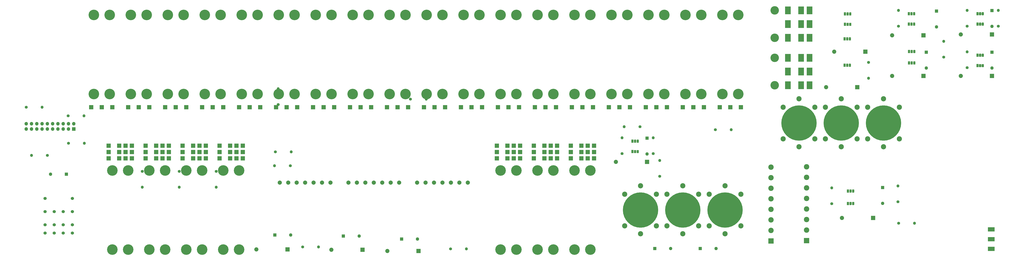
<source format=gbr>
G04 #@! TF.GenerationSoftware,KiCad,Pcbnew,(5.0.0)*
G04 #@! TF.CreationDate,2019-12-09T00:58:10+00:00*
G04 #@! TF.ProjectId,Control Panel,436F6E74726F6C2050616E656C2E6B69,rev?*
G04 #@! TF.SameCoordinates,Original*
G04 #@! TF.FileFunction,Soldermask,Top*
G04 #@! TF.FilePolarity,Negative*
%FSLAX46Y46*%
G04 Gerber Fmt 4.6, Leading zero omitted, Abs format (unit mm)*
G04 Created by KiCad (PCBNEW (5.0.0)) date 12/09/19 00:58:10*
%MOMM*%
%LPD*%
G01*
G04 APERTURE LIST*
%ADD10C,5.080000*%
%ADD11R,2.000000X2.000000*%
%ADD12C,2.000000*%
%ADD13O,1.700000X1.700000*%
%ADD14R,1.700000X1.700000*%
%ADD15C,1.524000*%
%ADD16C,1.400000*%
%ADD17O,1.400000X1.400000*%
%ADD18C,2.500000*%
%ADD19C,17.000000*%
%ADD20O,2.000000X2.000000*%
%ADD21O,1.600000X1.600000*%
%ADD22R,1.600000X1.600000*%
%ADD23C,4.064000*%
%ADD24R,2.794000X3.810000*%
%ADD25R,1.050000X1.500000*%
%ADD26C,0.100000*%
%ADD27C,1.050000*%
%ADD28R,3.302000X2.032000*%
%ADD29C,2.600000*%
%ADD30R,2.600000X2.600000*%
G04 APERTURE END LIST*
D10*
G04 #@! TO.C,SW8*
X111760000Y-124880000D03*
X104140000Y-86780000D03*
D11*
X113538000Y-74842000D03*
X102362000Y-77890000D03*
X107442000Y-77890000D03*
X110490000Y-74842000D03*
X107442000Y-74842000D03*
X102362000Y-74842000D03*
X110490000Y-77890000D03*
X102362000Y-80938000D03*
X113538000Y-77890000D03*
X107442000Y-80938000D03*
X113538000Y-80938000D03*
X110490000Y-80938000D03*
D10*
X111760000Y-86780000D03*
X104140000Y-124880000D03*
G04 #@! TD*
G04 #@! TO.C,SW9*
X93980000Y-124880000D03*
X86360000Y-86780000D03*
D11*
X95758000Y-74842000D03*
X84582000Y-77890000D03*
X89662000Y-77890000D03*
X92710000Y-74842000D03*
X89662000Y-74842000D03*
X84582000Y-74842000D03*
X92710000Y-77890000D03*
X84582000Y-80938000D03*
X95758000Y-77890000D03*
X89662000Y-80938000D03*
X95758000Y-80938000D03*
X92710000Y-80938000D03*
D10*
X93980000Y-86780000D03*
X86360000Y-124880000D03*
G04 #@! TD*
G04 #@! TO.C,SW10*
X58420000Y-124880000D03*
X50800000Y-86780000D03*
D11*
X60198000Y-74842000D03*
X49022000Y-77890000D03*
X54102000Y-77890000D03*
X57150000Y-74842000D03*
X54102000Y-74842000D03*
X49022000Y-74842000D03*
X57150000Y-77890000D03*
X49022000Y-80938000D03*
X60198000Y-77890000D03*
X54102000Y-80938000D03*
X60198000Y-80938000D03*
X57150000Y-80938000D03*
D10*
X58420000Y-86780000D03*
X50800000Y-124880000D03*
G04 #@! TD*
G04 #@! TO.C,SW11*
X76200000Y-124880000D03*
X68580000Y-86780000D03*
D11*
X77978000Y-74842000D03*
X66802000Y-77890000D03*
X71882000Y-77890000D03*
X74930000Y-74842000D03*
X71882000Y-74842000D03*
X66802000Y-74842000D03*
X74930000Y-77890000D03*
X66802000Y-80938000D03*
X77978000Y-77890000D03*
X71882000Y-80938000D03*
X77978000Y-80938000D03*
X74930000Y-80938000D03*
D10*
X76200000Y-86780000D03*
X68580000Y-124880000D03*
G04 #@! TD*
G04 #@! TO.C,SW13*
X245110000Y-124880000D03*
X237490000Y-86780000D03*
D11*
X246888000Y-74842000D03*
X235712000Y-77890000D03*
X240792000Y-77890000D03*
X243840000Y-74842000D03*
X240792000Y-74842000D03*
X235712000Y-74842000D03*
X243840000Y-77890000D03*
X235712000Y-80938000D03*
X246888000Y-77890000D03*
X240792000Y-80938000D03*
X246888000Y-80938000D03*
X243840000Y-80938000D03*
D10*
X245110000Y-86780000D03*
X237490000Y-124880000D03*
G04 #@! TD*
G04 #@! TO.C,SW15*
X262890000Y-124880000D03*
X255270000Y-86780000D03*
D11*
X264668000Y-74842000D03*
X253492000Y-77890000D03*
X258572000Y-77890000D03*
X261620000Y-74842000D03*
X258572000Y-74842000D03*
X253492000Y-74842000D03*
X261620000Y-77890000D03*
X253492000Y-80938000D03*
X264668000Y-77890000D03*
X258572000Y-80938000D03*
X264668000Y-80938000D03*
X261620000Y-80938000D03*
D10*
X262890000Y-86780000D03*
X255270000Y-124880000D03*
G04 #@! TD*
G04 #@! TO.C,SW17*
X280670000Y-124880000D03*
X273050000Y-86780000D03*
D11*
X282448000Y-74842000D03*
X271272000Y-77890000D03*
X276352000Y-77890000D03*
X279400000Y-74842000D03*
X276352000Y-74842000D03*
X271272000Y-74842000D03*
X279400000Y-77890000D03*
X271272000Y-80938000D03*
X282448000Y-77890000D03*
X276352000Y-80938000D03*
X282448000Y-80938000D03*
X279400000Y-80938000D03*
D10*
X280670000Y-86780000D03*
X273050000Y-124880000D03*
G04 #@! TD*
G04 #@! TO.C,SW35*
X41910000Y-11850000D03*
X49530000Y-49950000D03*
D11*
X50800000Y-56300000D03*
X40640000Y-56300000D03*
X45720000Y-56300000D03*
D10*
X49530000Y-11850000D03*
X41910000Y-49950000D03*
G04 #@! TD*
G04 #@! TO.C,SW20*
X308610000Y-11850000D03*
X316230000Y-49950000D03*
D11*
X317500000Y-56300000D03*
X307340000Y-56300000D03*
X312420000Y-56300000D03*
D10*
X316230000Y-11850000D03*
X308610000Y-49950000D03*
G04 #@! TD*
G04 #@! TO.C,SW19*
X326390000Y-11850000D03*
X334010000Y-49950000D03*
D11*
X335280000Y-56300000D03*
X325120000Y-56300000D03*
X330200000Y-56300000D03*
D10*
X334010000Y-11850000D03*
X326390000Y-49950000D03*
G04 #@! TD*
G04 #@! TO.C,SW18*
X344170000Y-11850000D03*
X351790000Y-49950000D03*
D11*
X353060000Y-56300000D03*
X342900000Y-56300000D03*
X347980000Y-56300000D03*
D10*
X351790000Y-11850000D03*
X344170000Y-49950000D03*
G04 #@! TD*
G04 #@! TO.C,SW21*
X290830000Y-11850000D03*
X298450000Y-49950000D03*
D11*
X299720000Y-56300000D03*
X289560000Y-56300000D03*
X294640000Y-56300000D03*
D10*
X298450000Y-11850000D03*
X290830000Y-49950000D03*
G04 #@! TD*
G04 #@! TO.C,SW22*
X273050000Y-11850000D03*
X280670000Y-49950000D03*
D11*
X281940000Y-56300000D03*
X271780000Y-56300000D03*
X276860000Y-56300000D03*
D10*
X280670000Y-11850000D03*
X273050000Y-49950000D03*
G04 #@! TD*
G04 #@! TO.C,SW23*
X255270000Y-11850000D03*
X262890000Y-49950000D03*
D11*
X264160000Y-56300000D03*
X254000000Y-56300000D03*
X259080000Y-56300000D03*
D10*
X262890000Y-11850000D03*
X255270000Y-49950000D03*
G04 #@! TD*
G04 #@! TO.C,SW24*
X237490000Y-11850000D03*
X245110000Y-49950000D03*
D11*
X246380000Y-56300000D03*
X236220000Y-56300000D03*
X241300000Y-56300000D03*
D10*
X245110000Y-11850000D03*
X237490000Y-49950000D03*
G04 #@! TD*
G04 #@! TO.C,SW25*
X219710000Y-11850000D03*
X227330000Y-49950000D03*
D11*
X228600000Y-56300000D03*
X218440000Y-56300000D03*
X223520000Y-56300000D03*
D10*
X227330000Y-11850000D03*
X219710000Y-49950000D03*
G04 #@! TD*
G04 #@! TO.C,SW26*
X201930000Y-11850000D03*
X209550000Y-49950000D03*
D11*
X210820000Y-56300000D03*
X200660000Y-56300000D03*
X205740000Y-56300000D03*
D10*
X209550000Y-11850000D03*
X201930000Y-49950000D03*
G04 #@! TD*
G04 #@! TO.C,SW27*
X184150000Y-11850000D03*
X191770000Y-49950000D03*
D11*
X193040000Y-56300000D03*
X182880000Y-56300000D03*
X187960000Y-56300000D03*
D10*
X191770000Y-11850000D03*
X184150000Y-49950000D03*
G04 #@! TD*
G04 #@! TO.C,SW28*
X166370000Y-11850000D03*
X173990000Y-49950000D03*
D11*
X175260000Y-56300000D03*
X165100000Y-56300000D03*
X170180000Y-56300000D03*
D10*
X173990000Y-11850000D03*
X166370000Y-49950000D03*
G04 #@! TD*
G04 #@! TO.C,SW29*
X148590000Y-11850000D03*
X156210000Y-49950000D03*
D11*
X157480000Y-56300000D03*
X147320000Y-56300000D03*
X152400000Y-56300000D03*
D10*
X156210000Y-11850000D03*
X148590000Y-49950000D03*
G04 #@! TD*
G04 #@! TO.C,SW30*
X130810000Y-11850000D03*
X138430000Y-49950000D03*
D11*
X139700000Y-56300000D03*
X129540000Y-56300000D03*
X134620000Y-56300000D03*
D10*
X138430000Y-11850000D03*
X130810000Y-49950000D03*
G04 #@! TD*
G04 #@! TO.C,SW31*
X113030000Y-11850000D03*
X120650000Y-49950000D03*
D11*
X121920000Y-56300000D03*
X111760000Y-56300000D03*
X116840000Y-56300000D03*
D10*
X120650000Y-11850000D03*
X113030000Y-49950000D03*
G04 #@! TD*
G04 #@! TO.C,SW32*
X95250000Y-11850000D03*
X102870000Y-49950000D03*
D11*
X104140000Y-56300000D03*
X93980000Y-56300000D03*
X99060000Y-56300000D03*
D10*
X102870000Y-11850000D03*
X95250000Y-49950000D03*
G04 #@! TD*
G04 #@! TO.C,SW33*
X77470000Y-11850000D03*
X85090000Y-49950000D03*
D11*
X86360000Y-56300000D03*
X76200000Y-56300000D03*
X81280000Y-56300000D03*
D10*
X85090000Y-11850000D03*
X77470000Y-49950000D03*
G04 #@! TD*
G04 #@! TO.C,SW34*
X59690000Y-11850000D03*
X67310000Y-49950000D03*
D11*
X68580000Y-56300000D03*
X58420000Y-56300000D03*
X63500000Y-56300000D03*
D10*
X67310000Y-11850000D03*
X59690000Y-49950000D03*
G04 #@! TD*
D12*
G04 #@! TO.C,SW16*
X209550000Y-92622000D03*
X197358000Y-92622000D03*
X201422000Y-92622000D03*
X205486000Y-92622000D03*
X213614000Y-92622000D03*
X217678000Y-92622000D03*
X221742000Y-92622000D03*
G04 #@! TD*
G04 #@! TO.C,SW12*
X155702000Y-92622000D03*
X151638000Y-92622000D03*
X147574000Y-92622000D03*
X139446000Y-92622000D03*
X135382000Y-92622000D03*
X131318000Y-92622000D03*
X143510000Y-92622000D03*
G04 #@! TD*
G04 #@! TO.C,SW14*
X188722000Y-92622000D03*
X184658000Y-92622000D03*
X180594000Y-92622000D03*
X172466000Y-92622000D03*
X168402000Y-92622000D03*
X164338000Y-92622000D03*
X176530000Y-92622000D03*
G04 #@! TD*
D13*
G04 #@! TO.C,J1*
X9340000Y-64260000D03*
X9340000Y-66800000D03*
X11880000Y-64260000D03*
X11880000Y-66800000D03*
X14420000Y-64260000D03*
X14420000Y-66800000D03*
X16960000Y-64260000D03*
X16960000Y-66800000D03*
X19500000Y-64260000D03*
X19500000Y-66800000D03*
X22040000Y-64260000D03*
X22040000Y-66800000D03*
X24580000Y-64260000D03*
X24580000Y-66800000D03*
X27120000Y-64260000D03*
X27120000Y-66800000D03*
X29660000Y-64260000D03*
X29660000Y-66800000D03*
X32200000Y-64260000D03*
D14*
X32200000Y-66800000D03*
G04 #@! TD*
D15*
G04 #@! TO.C,K3*
X22800000Y-116950000D03*
X31600000Y-116950000D03*
X18400000Y-116950000D03*
X27200000Y-116950000D03*
X31600000Y-100250000D03*
X18400000Y-100250000D03*
X22800000Y-112950000D03*
X27200000Y-112950000D03*
X31600000Y-112950000D03*
X18400000Y-112950000D03*
X18400000Y-106600000D03*
X31600000Y-106600000D03*
X22800000Y-106600000D03*
X27200000Y-106600000D03*
G04 #@! TD*
D16*
G04 #@! TO.C,R431*
X310900000Y-78700000D03*
D17*
X310900000Y-71080000D03*
G04 #@! TD*
D18*
G04 #@! TO.C,SW2*
X353060000Y-113450000D03*
X345440000Y-94146000D03*
X345440000Y-117260000D03*
X337820000Y-98210000D03*
X353060000Y-98210000D03*
X337820000Y-113450000D03*
D19*
X345440000Y-105830000D03*
G04 #@! TD*
D18*
G04 #@! TO.C,SW3*
X312420000Y-113450000D03*
X304800000Y-94146000D03*
X304800000Y-117260000D03*
X297180000Y-98210000D03*
X312420000Y-98210000D03*
X297180000Y-113450000D03*
D19*
X304800000Y-105830000D03*
G04 #@! TD*
D18*
G04 #@! TO.C,SW4*
X332740000Y-113450000D03*
X325120000Y-94146000D03*
X325120000Y-117260000D03*
X317500000Y-98210000D03*
X332740000Y-98210000D03*
X317500000Y-113450000D03*
D19*
X325120000Y-105830000D03*
G04 #@! TD*
D18*
G04 #@! TO.C,SW5*
X429260000Y-71540000D03*
X421640000Y-52236000D03*
X421640000Y-75350000D03*
X414020000Y-56300000D03*
X429260000Y-56300000D03*
X414020000Y-71540000D03*
D19*
X421640000Y-63920000D03*
G04 #@! TD*
D18*
G04 #@! TO.C,SW7*
X408940000Y-71540000D03*
X401320000Y-52236000D03*
X401320000Y-75350000D03*
X393700000Y-56300000D03*
X408940000Y-56300000D03*
X393700000Y-71540000D03*
D19*
X401320000Y-63920000D03*
G04 #@! TD*
D11*
G04 #@! TO.C,C51*
X307900000Y-82700000D03*
D20*
X292900000Y-82700000D03*
G04 #@! TD*
G04 #@! TO.C,C52*
X401600000Y-109700000D03*
D11*
X416600000Y-109700000D03*
G04 #@! TD*
G04 #@! TO.C,C53*
X412900000Y-29600000D03*
D20*
X397900000Y-29600000D03*
G04 #@! TD*
G04 #@! TO.C,C54*
X394000000Y-46700000D03*
D11*
X409000000Y-46700000D03*
G04 #@! TD*
G04 #@! TO.C,C55*
X440800000Y-41300000D03*
D20*
X425800000Y-41300000D03*
G04 #@! TD*
G04 #@! TO.C,C56*
X425800000Y-21700000D03*
D11*
X440800000Y-21700000D03*
G04 #@! TD*
D20*
G04 #@! TO.C,C57*
X458800000Y-41300000D03*
D11*
X473800000Y-41300000D03*
G04 #@! TD*
G04 #@! TO.C,C58*
X473800000Y-21300000D03*
D20*
X458800000Y-21300000D03*
G04 #@! TD*
D11*
G04 #@! TO.C,C121*
X135000000Y-124800000D03*
D20*
X120000000Y-124800000D03*
G04 #@! TD*
G04 #@! TO.C,C141*
X156100000Y-125000000D03*
D11*
X171100000Y-125000000D03*
G04 #@! TD*
G04 #@! TO.C,C161*
X198000000Y-125600000D03*
D20*
X183000000Y-125600000D03*
G04 #@! TD*
D21*
G04 #@! TO.C,D1*
X341120000Y-124400000D03*
D22*
X333500000Y-124400000D03*
G04 #@! TD*
G04 #@! TO.C,D2*
X311600000Y-124400000D03*
D21*
X319220000Y-124400000D03*
G04 #@! TD*
D22*
G04 #@! TO.C,D3*
X28700000Y-88600000D03*
D21*
X21080000Y-88600000D03*
G04 #@! TD*
G04 #@! TO.C,D12*
X136520000Y-117900000D03*
D22*
X128900000Y-117900000D03*
G04 #@! TD*
D21*
G04 #@! TO.C,D14*
X169520000Y-118400000D03*
D22*
X161900000Y-118400000D03*
G04 #@! TD*
D21*
G04 #@! TO.C,D16*
X197520000Y-119800000D03*
D22*
X189900000Y-119800000D03*
G04 #@! TD*
G04 #@! TO.C,D41*
X307900000Y-71200000D03*
D21*
X307900000Y-78820000D03*
G04 #@! TD*
G04 #@! TO.C,D42*
X421200000Y-102620000D03*
D22*
X421200000Y-95000000D03*
G04 #@! TD*
D21*
G04 #@! TO.C,D45*
X442200000Y-37420000D03*
D22*
X442200000Y-29800000D03*
G04 #@! TD*
G04 #@! TO.C,D46*
X447100000Y-10000000D03*
D21*
X447100000Y-17620000D03*
G04 #@! TD*
D22*
G04 #@! TO.C,D47*
X473800000Y-29800000D03*
D21*
X473800000Y-37420000D03*
G04 #@! TD*
D22*
G04 #@! TO.C,D48*
X473800000Y-9800000D03*
D21*
X473800000Y-17420000D03*
G04 #@! TD*
D23*
G04 #@! TO.C,K1*
X369280000Y-32520000D03*
X369280000Y-45720000D03*
D24*
X375630000Y-32520000D03*
X375630000Y-39120000D03*
X375630000Y-45720000D03*
X381980000Y-32520000D03*
X381980000Y-39120000D03*
X381980000Y-45720000D03*
X386080000Y-32520000D03*
X386080000Y-39120000D03*
X386080000Y-45720000D03*
G04 #@! TD*
G04 #@! TO.C,K2*
X386080000Y-22860000D03*
X386080000Y-16260000D03*
X386080000Y-9660000D03*
X381980000Y-22860000D03*
X381980000Y-16260000D03*
X381980000Y-9660000D03*
X375630000Y-22860000D03*
X375630000Y-16260000D03*
X375630000Y-9660000D03*
D23*
X369280000Y-22860000D03*
X369280000Y-9660000D03*
G04 #@! TD*
D25*
G04 #@! TO.C,Q11*
X300900000Y-77700000D03*
D26*
G36*
X303728229Y-76951264D02*
X303753711Y-76955044D01*
X303778700Y-76961303D01*
X303802954Y-76969982D01*
X303826242Y-76980996D01*
X303848337Y-76994239D01*
X303869028Y-77009585D01*
X303888116Y-77026884D01*
X303905415Y-77045972D01*
X303920761Y-77066663D01*
X303934004Y-77088758D01*
X303945018Y-77112046D01*
X303953697Y-77136300D01*
X303959956Y-77161289D01*
X303963736Y-77186771D01*
X303965000Y-77212500D01*
X303965000Y-78187500D01*
X303963736Y-78213229D01*
X303959956Y-78238711D01*
X303953697Y-78263700D01*
X303945018Y-78287954D01*
X303934004Y-78311242D01*
X303920761Y-78333337D01*
X303905415Y-78354028D01*
X303888116Y-78373116D01*
X303869028Y-78390415D01*
X303848337Y-78405761D01*
X303826242Y-78419004D01*
X303802954Y-78430018D01*
X303778700Y-78438697D01*
X303753711Y-78444956D01*
X303728229Y-78448736D01*
X303702500Y-78450000D01*
X303177500Y-78450000D01*
X303151771Y-78448736D01*
X303126289Y-78444956D01*
X303101300Y-78438697D01*
X303077046Y-78430018D01*
X303053758Y-78419004D01*
X303031663Y-78405761D01*
X303010972Y-78390415D01*
X302991884Y-78373116D01*
X302974585Y-78354028D01*
X302959239Y-78333337D01*
X302945996Y-78311242D01*
X302934982Y-78287954D01*
X302926303Y-78263700D01*
X302920044Y-78238711D01*
X302916264Y-78213229D01*
X302915000Y-78187500D01*
X302915000Y-77212500D01*
X302916264Y-77186771D01*
X302920044Y-77161289D01*
X302926303Y-77136300D01*
X302934982Y-77112046D01*
X302945996Y-77088758D01*
X302959239Y-77066663D01*
X302974585Y-77045972D01*
X302991884Y-77026884D01*
X303010972Y-77009585D01*
X303031663Y-76994239D01*
X303053758Y-76980996D01*
X303077046Y-76969982D01*
X303101300Y-76961303D01*
X303126289Y-76955044D01*
X303151771Y-76951264D01*
X303177500Y-76950000D01*
X303702500Y-76950000D01*
X303728229Y-76951264D01*
X303728229Y-76951264D01*
G37*
D27*
X303440000Y-77700000D03*
D26*
G36*
X302458229Y-76951264D02*
X302483711Y-76955044D01*
X302508700Y-76961303D01*
X302532954Y-76969982D01*
X302556242Y-76980996D01*
X302578337Y-76994239D01*
X302599028Y-77009585D01*
X302618116Y-77026884D01*
X302635415Y-77045972D01*
X302650761Y-77066663D01*
X302664004Y-77088758D01*
X302675018Y-77112046D01*
X302683697Y-77136300D01*
X302689956Y-77161289D01*
X302693736Y-77186771D01*
X302695000Y-77212500D01*
X302695000Y-78187500D01*
X302693736Y-78213229D01*
X302689956Y-78238711D01*
X302683697Y-78263700D01*
X302675018Y-78287954D01*
X302664004Y-78311242D01*
X302650761Y-78333337D01*
X302635415Y-78354028D01*
X302618116Y-78373116D01*
X302599028Y-78390415D01*
X302578337Y-78405761D01*
X302556242Y-78419004D01*
X302532954Y-78430018D01*
X302508700Y-78438697D01*
X302483711Y-78444956D01*
X302458229Y-78448736D01*
X302432500Y-78450000D01*
X301907500Y-78450000D01*
X301881771Y-78448736D01*
X301856289Y-78444956D01*
X301831300Y-78438697D01*
X301807046Y-78430018D01*
X301783758Y-78419004D01*
X301761663Y-78405761D01*
X301740972Y-78390415D01*
X301721884Y-78373116D01*
X301704585Y-78354028D01*
X301689239Y-78333337D01*
X301675996Y-78311242D01*
X301664982Y-78287954D01*
X301656303Y-78263700D01*
X301650044Y-78238711D01*
X301646264Y-78213229D01*
X301645000Y-78187500D01*
X301645000Y-77212500D01*
X301646264Y-77186771D01*
X301650044Y-77161289D01*
X301656303Y-77136300D01*
X301664982Y-77112046D01*
X301675996Y-77088758D01*
X301689239Y-77066663D01*
X301704585Y-77045972D01*
X301721884Y-77026884D01*
X301740972Y-77009585D01*
X301761663Y-76994239D01*
X301783758Y-76980996D01*
X301807046Y-76969982D01*
X301831300Y-76961303D01*
X301856289Y-76955044D01*
X301881771Y-76951264D01*
X301907500Y-76950000D01*
X302432500Y-76950000D01*
X302458229Y-76951264D01*
X302458229Y-76951264D01*
G37*
D27*
X302170000Y-77700000D03*
G04 #@! TD*
D26*
G04 #@! TO.C,Q12*
G36*
X406058229Y-101951264D02*
X406083711Y-101955044D01*
X406108700Y-101961303D01*
X406132954Y-101969982D01*
X406156242Y-101980996D01*
X406178337Y-101994239D01*
X406199028Y-102009585D01*
X406218116Y-102026884D01*
X406235415Y-102045972D01*
X406250761Y-102066663D01*
X406264004Y-102088758D01*
X406275018Y-102112046D01*
X406283697Y-102136300D01*
X406289956Y-102161289D01*
X406293736Y-102186771D01*
X406295000Y-102212500D01*
X406295000Y-103187500D01*
X406293736Y-103213229D01*
X406289956Y-103238711D01*
X406283697Y-103263700D01*
X406275018Y-103287954D01*
X406264004Y-103311242D01*
X406250761Y-103333337D01*
X406235415Y-103354028D01*
X406218116Y-103373116D01*
X406199028Y-103390415D01*
X406178337Y-103405761D01*
X406156242Y-103419004D01*
X406132954Y-103430018D01*
X406108700Y-103438697D01*
X406083711Y-103444956D01*
X406058229Y-103448736D01*
X406032500Y-103450000D01*
X405507500Y-103450000D01*
X405481771Y-103448736D01*
X405456289Y-103444956D01*
X405431300Y-103438697D01*
X405407046Y-103430018D01*
X405383758Y-103419004D01*
X405361663Y-103405761D01*
X405340972Y-103390415D01*
X405321884Y-103373116D01*
X405304585Y-103354028D01*
X405289239Y-103333337D01*
X405275996Y-103311242D01*
X405264982Y-103287954D01*
X405256303Y-103263700D01*
X405250044Y-103238711D01*
X405246264Y-103213229D01*
X405245000Y-103187500D01*
X405245000Y-102212500D01*
X405246264Y-102186771D01*
X405250044Y-102161289D01*
X405256303Y-102136300D01*
X405264982Y-102112046D01*
X405275996Y-102088758D01*
X405289239Y-102066663D01*
X405304585Y-102045972D01*
X405321884Y-102026884D01*
X405340972Y-102009585D01*
X405361663Y-101994239D01*
X405383758Y-101980996D01*
X405407046Y-101969982D01*
X405431300Y-101961303D01*
X405456289Y-101955044D01*
X405481771Y-101951264D01*
X405507500Y-101950000D01*
X406032500Y-101950000D01*
X406058229Y-101951264D01*
X406058229Y-101951264D01*
G37*
D27*
X405770000Y-102700000D03*
D26*
G36*
X407328229Y-101951264D02*
X407353711Y-101955044D01*
X407378700Y-101961303D01*
X407402954Y-101969982D01*
X407426242Y-101980996D01*
X407448337Y-101994239D01*
X407469028Y-102009585D01*
X407488116Y-102026884D01*
X407505415Y-102045972D01*
X407520761Y-102066663D01*
X407534004Y-102088758D01*
X407545018Y-102112046D01*
X407553697Y-102136300D01*
X407559956Y-102161289D01*
X407563736Y-102186771D01*
X407565000Y-102212500D01*
X407565000Y-103187500D01*
X407563736Y-103213229D01*
X407559956Y-103238711D01*
X407553697Y-103263700D01*
X407545018Y-103287954D01*
X407534004Y-103311242D01*
X407520761Y-103333337D01*
X407505415Y-103354028D01*
X407488116Y-103373116D01*
X407469028Y-103390415D01*
X407448337Y-103405761D01*
X407426242Y-103419004D01*
X407402954Y-103430018D01*
X407378700Y-103438697D01*
X407353711Y-103444956D01*
X407328229Y-103448736D01*
X407302500Y-103450000D01*
X406777500Y-103450000D01*
X406751771Y-103448736D01*
X406726289Y-103444956D01*
X406701300Y-103438697D01*
X406677046Y-103430018D01*
X406653758Y-103419004D01*
X406631663Y-103405761D01*
X406610972Y-103390415D01*
X406591884Y-103373116D01*
X406574585Y-103354028D01*
X406559239Y-103333337D01*
X406545996Y-103311242D01*
X406534982Y-103287954D01*
X406526303Y-103263700D01*
X406520044Y-103238711D01*
X406516264Y-103213229D01*
X406515000Y-103187500D01*
X406515000Y-102212500D01*
X406516264Y-102186771D01*
X406520044Y-102161289D01*
X406526303Y-102136300D01*
X406534982Y-102112046D01*
X406545996Y-102088758D01*
X406559239Y-102066663D01*
X406574585Y-102045972D01*
X406591884Y-102026884D01*
X406610972Y-102009585D01*
X406631663Y-101994239D01*
X406653758Y-101980996D01*
X406677046Y-101969982D01*
X406701300Y-101961303D01*
X406726289Y-101955044D01*
X406751771Y-101951264D01*
X406777500Y-101950000D01*
X407302500Y-101950000D01*
X407328229Y-101951264D01*
X407328229Y-101951264D01*
G37*
D27*
X407040000Y-102700000D03*
D25*
X404500000Y-102700000D03*
G04 #@! TD*
D26*
G04 #@! TO.C,Q13*
G36*
X404458229Y-22651264D02*
X404483711Y-22655044D01*
X404508700Y-22661303D01*
X404532954Y-22669982D01*
X404556242Y-22680996D01*
X404578337Y-22694239D01*
X404599028Y-22709585D01*
X404618116Y-22726884D01*
X404635415Y-22745972D01*
X404650761Y-22766663D01*
X404664004Y-22788758D01*
X404675018Y-22812046D01*
X404683697Y-22836300D01*
X404689956Y-22861289D01*
X404693736Y-22886771D01*
X404695000Y-22912500D01*
X404695000Y-23887500D01*
X404693736Y-23913229D01*
X404689956Y-23938711D01*
X404683697Y-23963700D01*
X404675018Y-23987954D01*
X404664004Y-24011242D01*
X404650761Y-24033337D01*
X404635415Y-24054028D01*
X404618116Y-24073116D01*
X404599028Y-24090415D01*
X404578337Y-24105761D01*
X404556242Y-24119004D01*
X404532954Y-24130018D01*
X404508700Y-24138697D01*
X404483711Y-24144956D01*
X404458229Y-24148736D01*
X404432500Y-24150000D01*
X403907500Y-24150000D01*
X403881771Y-24148736D01*
X403856289Y-24144956D01*
X403831300Y-24138697D01*
X403807046Y-24130018D01*
X403783758Y-24119004D01*
X403761663Y-24105761D01*
X403740972Y-24090415D01*
X403721884Y-24073116D01*
X403704585Y-24054028D01*
X403689239Y-24033337D01*
X403675996Y-24011242D01*
X403664982Y-23987954D01*
X403656303Y-23963700D01*
X403650044Y-23938711D01*
X403646264Y-23913229D01*
X403645000Y-23887500D01*
X403645000Y-22912500D01*
X403646264Y-22886771D01*
X403650044Y-22861289D01*
X403656303Y-22836300D01*
X403664982Y-22812046D01*
X403675996Y-22788758D01*
X403689239Y-22766663D01*
X403704585Y-22745972D01*
X403721884Y-22726884D01*
X403740972Y-22709585D01*
X403761663Y-22694239D01*
X403783758Y-22680996D01*
X403807046Y-22669982D01*
X403831300Y-22661303D01*
X403856289Y-22655044D01*
X403881771Y-22651264D01*
X403907500Y-22650000D01*
X404432500Y-22650000D01*
X404458229Y-22651264D01*
X404458229Y-22651264D01*
G37*
D27*
X404170000Y-23400000D03*
D26*
G36*
X405728229Y-22651264D02*
X405753711Y-22655044D01*
X405778700Y-22661303D01*
X405802954Y-22669982D01*
X405826242Y-22680996D01*
X405848337Y-22694239D01*
X405869028Y-22709585D01*
X405888116Y-22726884D01*
X405905415Y-22745972D01*
X405920761Y-22766663D01*
X405934004Y-22788758D01*
X405945018Y-22812046D01*
X405953697Y-22836300D01*
X405959956Y-22861289D01*
X405963736Y-22886771D01*
X405965000Y-22912500D01*
X405965000Y-23887500D01*
X405963736Y-23913229D01*
X405959956Y-23938711D01*
X405953697Y-23963700D01*
X405945018Y-23987954D01*
X405934004Y-24011242D01*
X405920761Y-24033337D01*
X405905415Y-24054028D01*
X405888116Y-24073116D01*
X405869028Y-24090415D01*
X405848337Y-24105761D01*
X405826242Y-24119004D01*
X405802954Y-24130018D01*
X405778700Y-24138697D01*
X405753711Y-24144956D01*
X405728229Y-24148736D01*
X405702500Y-24150000D01*
X405177500Y-24150000D01*
X405151771Y-24148736D01*
X405126289Y-24144956D01*
X405101300Y-24138697D01*
X405077046Y-24130018D01*
X405053758Y-24119004D01*
X405031663Y-24105761D01*
X405010972Y-24090415D01*
X404991884Y-24073116D01*
X404974585Y-24054028D01*
X404959239Y-24033337D01*
X404945996Y-24011242D01*
X404934982Y-23987954D01*
X404926303Y-23963700D01*
X404920044Y-23938711D01*
X404916264Y-23913229D01*
X404915000Y-23887500D01*
X404915000Y-22912500D01*
X404916264Y-22886771D01*
X404920044Y-22861289D01*
X404926303Y-22836300D01*
X404934982Y-22812046D01*
X404945996Y-22788758D01*
X404959239Y-22766663D01*
X404974585Y-22745972D01*
X404991884Y-22726884D01*
X405010972Y-22709585D01*
X405031663Y-22694239D01*
X405053758Y-22680996D01*
X405077046Y-22669982D01*
X405101300Y-22661303D01*
X405126289Y-22655044D01*
X405151771Y-22651264D01*
X405177500Y-22650000D01*
X405702500Y-22650000D01*
X405728229Y-22651264D01*
X405728229Y-22651264D01*
G37*
D27*
X405440000Y-23400000D03*
D25*
X402900000Y-23400000D03*
G04 #@! TD*
D26*
G04 #@! TO.C,Q14*
G36*
X404658229Y-15651264D02*
X404683711Y-15655044D01*
X404708700Y-15661303D01*
X404732954Y-15669982D01*
X404756242Y-15680996D01*
X404778337Y-15694239D01*
X404799028Y-15709585D01*
X404818116Y-15726884D01*
X404835415Y-15745972D01*
X404850761Y-15766663D01*
X404864004Y-15788758D01*
X404875018Y-15812046D01*
X404883697Y-15836300D01*
X404889956Y-15861289D01*
X404893736Y-15886771D01*
X404895000Y-15912500D01*
X404895000Y-16887500D01*
X404893736Y-16913229D01*
X404889956Y-16938711D01*
X404883697Y-16963700D01*
X404875018Y-16987954D01*
X404864004Y-17011242D01*
X404850761Y-17033337D01*
X404835415Y-17054028D01*
X404818116Y-17073116D01*
X404799028Y-17090415D01*
X404778337Y-17105761D01*
X404756242Y-17119004D01*
X404732954Y-17130018D01*
X404708700Y-17138697D01*
X404683711Y-17144956D01*
X404658229Y-17148736D01*
X404632500Y-17150000D01*
X404107500Y-17150000D01*
X404081771Y-17148736D01*
X404056289Y-17144956D01*
X404031300Y-17138697D01*
X404007046Y-17130018D01*
X403983758Y-17119004D01*
X403961663Y-17105761D01*
X403940972Y-17090415D01*
X403921884Y-17073116D01*
X403904585Y-17054028D01*
X403889239Y-17033337D01*
X403875996Y-17011242D01*
X403864982Y-16987954D01*
X403856303Y-16963700D01*
X403850044Y-16938711D01*
X403846264Y-16913229D01*
X403845000Y-16887500D01*
X403845000Y-15912500D01*
X403846264Y-15886771D01*
X403850044Y-15861289D01*
X403856303Y-15836300D01*
X403864982Y-15812046D01*
X403875996Y-15788758D01*
X403889239Y-15766663D01*
X403904585Y-15745972D01*
X403921884Y-15726884D01*
X403940972Y-15709585D01*
X403961663Y-15694239D01*
X403983758Y-15680996D01*
X404007046Y-15669982D01*
X404031300Y-15661303D01*
X404056289Y-15655044D01*
X404081771Y-15651264D01*
X404107500Y-15650000D01*
X404632500Y-15650000D01*
X404658229Y-15651264D01*
X404658229Y-15651264D01*
G37*
D27*
X404370000Y-16400000D03*
D26*
G36*
X405928229Y-15651264D02*
X405953711Y-15655044D01*
X405978700Y-15661303D01*
X406002954Y-15669982D01*
X406026242Y-15680996D01*
X406048337Y-15694239D01*
X406069028Y-15709585D01*
X406088116Y-15726884D01*
X406105415Y-15745972D01*
X406120761Y-15766663D01*
X406134004Y-15788758D01*
X406145018Y-15812046D01*
X406153697Y-15836300D01*
X406159956Y-15861289D01*
X406163736Y-15886771D01*
X406165000Y-15912500D01*
X406165000Y-16887500D01*
X406163736Y-16913229D01*
X406159956Y-16938711D01*
X406153697Y-16963700D01*
X406145018Y-16987954D01*
X406134004Y-17011242D01*
X406120761Y-17033337D01*
X406105415Y-17054028D01*
X406088116Y-17073116D01*
X406069028Y-17090415D01*
X406048337Y-17105761D01*
X406026242Y-17119004D01*
X406002954Y-17130018D01*
X405978700Y-17138697D01*
X405953711Y-17144956D01*
X405928229Y-17148736D01*
X405902500Y-17150000D01*
X405377500Y-17150000D01*
X405351771Y-17148736D01*
X405326289Y-17144956D01*
X405301300Y-17138697D01*
X405277046Y-17130018D01*
X405253758Y-17119004D01*
X405231663Y-17105761D01*
X405210972Y-17090415D01*
X405191884Y-17073116D01*
X405174585Y-17054028D01*
X405159239Y-17033337D01*
X405145996Y-17011242D01*
X405134982Y-16987954D01*
X405126303Y-16963700D01*
X405120044Y-16938711D01*
X405116264Y-16913229D01*
X405115000Y-16887500D01*
X405115000Y-15912500D01*
X405116264Y-15886771D01*
X405120044Y-15861289D01*
X405126303Y-15836300D01*
X405134982Y-15812046D01*
X405145996Y-15788758D01*
X405159239Y-15766663D01*
X405174585Y-15745972D01*
X405191884Y-15726884D01*
X405210972Y-15709585D01*
X405231663Y-15694239D01*
X405253758Y-15680996D01*
X405277046Y-15669982D01*
X405301300Y-15661303D01*
X405326289Y-15655044D01*
X405351771Y-15651264D01*
X405377500Y-15650000D01*
X405902500Y-15650000D01*
X405928229Y-15651264D01*
X405928229Y-15651264D01*
G37*
D27*
X405640000Y-16400000D03*
D25*
X403100000Y-16400000D03*
G04 #@! TD*
G04 #@! TO.C,Q15*
X433900000Y-35000000D03*
D26*
G36*
X436728229Y-34251264D02*
X436753711Y-34255044D01*
X436778700Y-34261303D01*
X436802954Y-34269982D01*
X436826242Y-34280996D01*
X436848337Y-34294239D01*
X436869028Y-34309585D01*
X436888116Y-34326884D01*
X436905415Y-34345972D01*
X436920761Y-34366663D01*
X436934004Y-34388758D01*
X436945018Y-34412046D01*
X436953697Y-34436300D01*
X436959956Y-34461289D01*
X436963736Y-34486771D01*
X436965000Y-34512500D01*
X436965000Y-35487500D01*
X436963736Y-35513229D01*
X436959956Y-35538711D01*
X436953697Y-35563700D01*
X436945018Y-35587954D01*
X436934004Y-35611242D01*
X436920761Y-35633337D01*
X436905415Y-35654028D01*
X436888116Y-35673116D01*
X436869028Y-35690415D01*
X436848337Y-35705761D01*
X436826242Y-35719004D01*
X436802954Y-35730018D01*
X436778700Y-35738697D01*
X436753711Y-35744956D01*
X436728229Y-35748736D01*
X436702500Y-35750000D01*
X436177500Y-35750000D01*
X436151771Y-35748736D01*
X436126289Y-35744956D01*
X436101300Y-35738697D01*
X436077046Y-35730018D01*
X436053758Y-35719004D01*
X436031663Y-35705761D01*
X436010972Y-35690415D01*
X435991884Y-35673116D01*
X435974585Y-35654028D01*
X435959239Y-35633337D01*
X435945996Y-35611242D01*
X435934982Y-35587954D01*
X435926303Y-35563700D01*
X435920044Y-35538711D01*
X435916264Y-35513229D01*
X435915000Y-35487500D01*
X435915000Y-34512500D01*
X435916264Y-34486771D01*
X435920044Y-34461289D01*
X435926303Y-34436300D01*
X435934982Y-34412046D01*
X435945996Y-34388758D01*
X435959239Y-34366663D01*
X435974585Y-34345972D01*
X435991884Y-34326884D01*
X436010972Y-34309585D01*
X436031663Y-34294239D01*
X436053758Y-34280996D01*
X436077046Y-34269982D01*
X436101300Y-34261303D01*
X436126289Y-34255044D01*
X436151771Y-34251264D01*
X436177500Y-34250000D01*
X436702500Y-34250000D01*
X436728229Y-34251264D01*
X436728229Y-34251264D01*
G37*
D27*
X436440000Y-35000000D03*
D26*
G36*
X435458229Y-34251264D02*
X435483711Y-34255044D01*
X435508700Y-34261303D01*
X435532954Y-34269982D01*
X435556242Y-34280996D01*
X435578337Y-34294239D01*
X435599028Y-34309585D01*
X435618116Y-34326884D01*
X435635415Y-34345972D01*
X435650761Y-34366663D01*
X435664004Y-34388758D01*
X435675018Y-34412046D01*
X435683697Y-34436300D01*
X435689956Y-34461289D01*
X435693736Y-34486771D01*
X435695000Y-34512500D01*
X435695000Y-35487500D01*
X435693736Y-35513229D01*
X435689956Y-35538711D01*
X435683697Y-35563700D01*
X435675018Y-35587954D01*
X435664004Y-35611242D01*
X435650761Y-35633337D01*
X435635415Y-35654028D01*
X435618116Y-35673116D01*
X435599028Y-35690415D01*
X435578337Y-35705761D01*
X435556242Y-35719004D01*
X435532954Y-35730018D01*
X435508700Y-35738697D01*
X435483711Y-35744956D01*
X435458229Y-35748736D01*
X435432500Y-35750000D01*
X434907500Y-35750000D01*
X434881771Y-35748736D01*
X434856289Y-35744956D01*
X434831300Y-35738697D01*
X434807046Y-35730018D01*
X434783758Y-35719004D01*
X434761663Y-35705761D01*
X434740972Y-35690415D01*
X434721884Y-35673116D01*
X434704585Y-35654028D01*
X434689239Y-35633337D01*
X434675996Y-35611242D01*
X434664982Y-35587954D01*
X434656303Y-35563700D01*
X434650044Y-35538711D01*
X434646264Y-35513229D01*
X434645000Y-35487500D01*
X434645000Y-34512500D01*
X434646264Y-34486771D01*
X434650044Y-34461289D01*
X434656303Y-34436300D01*
X434664982Y-34412046D01*
X434675996Y-34388758D01*
X434689239Y-34366663D01*
X434704585Y-34345972D01*
X434721884Y-34326884D01*
X434740972Y-34309585D01*
X434761663Y-34294239D01*
X434783758Y-34280996D01*
X434807046Y-34269982D01*
X434831300Y-34261303D01*
X434856289Y-34255044D01*
X434881771Y-34251264D01*
X434907500Y-34250000D01*
X435432500Y-34250000D01*
X435458229Y-34251264D01*
X435458229Y-34251264D01*
G37*
D27*
X435170000Y-35000000D03*
G04 #@! TD*
D26*
G04 #@! TO.C,Q16*
G36*
X435358229Y-15551264D02*
X435383711Y-15555044D01*
X435408700Y-15561303D01*
X435432954Y-15569982D01*
X435456242Y-15580996D01*
X435478337Y-15594239D01*
X435499028Y-15609585D01*
X435518116Y-15626884D01*
X435535415Y-15645972D01*
X435550761Y-15666663D01*
X435564004Y-15688758D01*
X435575018Y-15712046D01*
X435583697Y-15736300D01*
X435589956Y-15761289D01*
X435593736Y-15786771D01*
X435595000Y-15812500D01*
X435595000Y-16787500D01*
X435593736Y-16813229D01*
X435589956Y-16838711D01*
X435583697Y-16863700D01*
X435575018Y-16887954D01*
X435564004Y-16911242D01*
X435550761Y-16933337D01*
X435535415Y-16954028D01*
X435518116Y-16973116D01*
X435499028Y-16990415D01*
X435478337Y-17005761D01*
X435456242Y-17019004D01*
X435432954Y-17030018D01*
X435408700Y-17038697D01*
X435383711Y-17044956D01*
X435358229Y-17048736D01*
X435332500Y-17050000D01*
X434807500Y-17050000D01*
X434781771Y-17048736D01*
X434756289Y-17044956D01*
X434731300Y-17038697D01*
X434707046Y-17030018D01*
X434683758Y-17019004D01*
X434661663Y-17005761D01*
X434640972Y-16990415D01*
X434621884Y-16973116D01*
X434604585Y-16954028D01*
X434589239Y-16933337D01*
X434575996Y-16911242D01*
X434564982Y-16887954D01*
X434556303Y-16863700D01*
X434550044Y-16838711D01*
X434546264Y-16813229D01*
X434545000Y-16787500D01*
X434545000Y-15812500D01*
X434546264Y-15786771D01*
X434550044Y-15761289D01*
X434556303Y-15736300D01*
X434564982Y-15712046D01*
X434575996Y-15688758D01*
X434589239Y-15666663D01*
X434604585Y-15645972D01*
X434621884Y-15626884D01*
X434640972Y-15609585D01*
X434661663Y-15594239D01*
X434683758Y-15580996D01*
X434707046Y-15569982D01*
X434731300Y-15561303D01*
X434756289Y-15555044D01*
X434781771Y-15551264D01*
X434807500Y-15550000D01*
X435332500Y-15550000D01*
X435358229Y-15551264D01*
X435358229Y-15551264D01*
G37*
D27*
X435070000Y-16300000D03*
D26*
G36*
X436628229Y-15551264D02*
X436653711Y-15555044D01*
X436678700Y-15561303D01*
X436702954Y-15569982D01*
X436726242Y-15580996D01*
X436748337Y-15594239D01*
X436769028Y-15609585D01*
X436788116Y-15626884D01*
X436805415Y-15645972D01*
X436820761Y-15666663D01*
X436834004Y-15688758D01*
X436845018Y-15712046D01*
X436853697Y-15736300D01*
X436859956Y-15761289D01*
X436863736Y-15786771D01*
X436865000Y-15812500D01*
X436865000Y-16787500D01*
X436863736Y-16813229D01*
X436859956Y-16838711D01*
X436853697Y-16863700D01*
X436845018Y-16887954D01*
X436834004Y-16911242D01*
X436820761Y-16933337D01*
X436805415Y-16954028D01*
X436788116Y-16973116D01*
X436769028Y-16990415D01*
X436748337Y-17005761D01*
X436726242Y-17019004D01*
X436702954Y-17030018D01*
X436678700Y-17038697D01*
X436653711Y-17044956D01*
X436628229Y-17048736D01*
X436602500Y-17050000D01*
X436077500Y-17050000D01*
X436051771Y-17048736D01*
X436026289Y-17044956D01*
X436001300Y-17038697D01*
X435977046Y-17030018D01*
X435953758Y-17019004D01*
X435931663Y-17005761D01*
X435910972Y-16990415D01*
X435891884Y-16973116D01*
X435874585Y-16954028D01*
X435859239Y-16933337D01*
X435845996Y-16911242D01*
X435834982Y-16887954D01*
X435826303Y-16863700D01*
X435820044Y-16838711D01*
X435816264Y-16813229D01*
X435815000Y-16787500D01*
X435815000Y-15812500D01*
X435816264Y-15786771D01*
X435820044Y-15761289D01*
X435826303Y-15736300D01*
X435834982Y-15712046D01*
X435845996Y-15688758D01*
X435859239Y-15666663D01*
X435874585Y-15645972D01*
X435891884Y-15626884D01*
X435910972Y-15609585D01*
X435931663Y-15594239D01*
X435953758Y-15580996D01*
X435977046Y-15569982D01*
X436001300Y-15561303D01*
X436026289Y-15555044D01*
X436051771Y-15551264D01*
X436077500Y-15550000D01*
X436602500Y-15550000D01*
X436628229Y-15551264D01*
X436628229Y-15551264D01*
G37*
D27*
X436340000Y-16300000D03*
D25*
X433800000Y-16300000D03*
G04 #@! TD*
G04 #@! TO.C,Q17*
X466800000Y-36300000D03*
D26*
G36*
X469628229Y-35551264D02*
X469653711Y-35555044D01*
X469678700Y-35561303D01*
X469702954Y-35569982D01*
X469726242Y-35580996D01*
X469748337Y-35594239D01*
X469769028Y-35609585D01*
X469788116Y-35626884D01*
X469805415Y-35645972D01*
X469820761Y-35666663D01*
X469834004Y-35688758D01*
X469845018Y-35712046D01*
X469853697Y-35736300D01*
X469859956Y-35761289D01*
X469863736Y-35786771D01*
X469865000Y-35812500D01*
X469865000Y-36787500D01*
X469863736Y-36813229D01*
X469859956Y-36838711D01*
X469853697Y-36863700D01*
X469845018Y-36887954D01*
X469834004Y-36911242D01*
X469820761Y-36933337D01*
X469805415Y-36954028D01*
X469788116Y-36973116D01*
X469769028Y-36990415D01*
X469748337Y-37005761D01*
X469726242Y-37019004D01*
X469702954Y-37030018D01*
X469678700Y-37038697D01*
X469653711Y-37044956D01*
X469628229Y-37048736D01*
X469602500Y-37050000D01*
X469077500Y-37050000D01*
X469051771Y-37048736D01*
X469026289Y-37044956D01*
X469001300Y-37038697D01*
X468977046Y-37030018D01*
X468953758Y-37019004D01*
X468931663Y-37005761D01*
X468910972Y-36990415D01*
X468891884Y-36973116D01*
X468874585Y-36954028D01*
X468859239Y-36933337D01*
X468845996Y-36911242D01*
X468834982Y-36887954D01*
X468826303Y-36863700D01*
X468820044Y-36838711D01*
X468816264Y-36813229D01*
X468815000Y-36787500D01*
X468815000Y-35812500D01*
X468816264Y-35786771D01*
X468820044Y-35761289D01*
X468826303Y-35736300D01*
X468834982Y-35712046D01*
X468845996Y-35688758D01*
X468859239Y-35666663D01*
X468874585Y-35645972D01*
X468891884Y-35626884D01*
X468910972Y-35609585D01*
X468931663Y-35594239D01*
X468953758Y-35580996D01*
X468977046Y-35569982D01*
X469001300Y-35561303D01*
X469026289Y-35555044D01*
X469051771Y-35551264D01*
X469077500Y-35550000D01*
X469602500Y-35550000D01*
X469628229Y-35551264D01*
X469628229Y-35551264D01*
G37*
D27*
X469340000Y-36300000D03*
D26*
G36*
X468358229Y-35551264D02*
X468383711Y-35555044D01*
X468408700Y-35561303D01*
X468432954Y-35569982D01*
X468456242Y-35580996D01*
X468478337Y-35594239D01*
X468499028Y-35609585D01*
X468518116Y-35626884D01*
X468535415Y-35645972D01*
X468550761Y-35666663D01*
X468564004Y-35688758D01*
X468575018Y-35712046D01*
X468583697Y-35736300D01*
X468589956Y-35761289D01*
X468593736Y-35786771D01*
X468595000Y-35812500D01*
X468595000Y-36787500D01*
X468593736Y-36813229D01*
X468589956Y-36838711D01*
X468583697Y-36863700D01*
X468575018Y-36887954D01*
X468564004Y-36911242D01*
X468550761Y-36933337D01*
X468535415Y-36954028D01*
X468518116Y-36973116D01*
X468499028Y-36990415D01*
X468478337Y-37005761D01*
X468456242Y-37019004D01*
X468432954Y-37030018D01*
X468408700Y-37038697D01*
X468383711Y-37044956D01*
X468358229Y-37048736D01*
X468332500Y-37050000D01*
X467807500Y-37050000D01*
X467781771Y-37048736D01*
X467756289Y-37044956D01*
X467731300Y-37038697D01*
X467707046Y-37030018D01*
X467683758Y-37019004D01*
X467661663Y-37005761D01*
X467640972Y-36990415D01*
X467621884Y-36973116D01*
X467604585Y-36954028D01*
X467589239Y-36933337D01*
X467575996Y-36911242D01*
X467564982Y-36887954D01*
X467556303Y-36863700D01*
X467550044Y-36838711D01*
X467546264Y-36813229D01*
X467545000Y-36787500D01*
X467545000Y-35812500D01*
X467546264Y-35786771D01*
X467550044Y-35761289D01*
X467556303Y-35736300D01*
X467564982Y-35712046D01*
X467575996Y-35688758D01*
X467589239Y-35666663D01*
X467604585Y-35645972D01*
X467621884Y-35626884D01*
X467640972Y-35609585D01*
X467661663Y-35594239D01*
X467683758Y-35580996D01*
X467707046Y-35569982D01*
X467731300Y-35561303D01*
X467756289Y-35555044D01*
X467781771Y-35551264D01*
X467807500Y-35550000D01*
X468332500Y-35550000D01*
X468358229Y-35551264D01*
X468358229Y-35551264D01*
G37*
D27*
X468070000Y-36300000D03*
G04 #@! TD*
D26*
G04 #@! TO.C,Q18*
G36*
X468358229Y-15551264D02*
X468383711Y-15555044D01*
X468408700Y-15561303D01*
X468432954Y-15569982D01*
X468456242Y-15580996D01*
X468478337Y-15594239D01*
X468499028Y-15609585D01*
X468518116Y-15626884D01*
X468535415Y-15645972D01*
X468550761Y-15666663D01*
X468564004Y-15688758D01*
X468575018Y-15712046D01*
X468583697Y-15736300D01*
X468589956Y-15761289D01*
X468593736Y-15786771D01*
X468595000Y-15812500D01*
X468595000Y-16787500D01*
X468593736Y-16813229D01*
X468589956Y-16838711D01*
X468583697Y-16863700D01*
X468575018Y-16887954D01*
X468564004Y-16911242D01*
X468550761Y-16933337D01*
X468535415Y-16954028D01*
X468518116Y-16973116D01*
X468499028Y-16990415D01*
X468478337Y-17005761D01*
X468456242Y-17019004D01*
X468432954Y-17030018D01*
X468408700Y-17038697D01*
X468383711Y-17044956D01*
X468358229Y-17048736D01*
X468332500Y-17050000D01*
X467807500Y-17050000D01*
X467781771Y-17048736D01*
X467756289Y-17044956D01*
X467731300Y-17038697D01*
X467707046Y-17030018D01*
X467683758Y-17019004D01*
X467661663Y-17005761D01*
X467640972Y-16990415D01*
X467621884Y-16973116D01*
X467604585Y-16954028D01*
X467589239Y-16933337D01*
X467575996Y-16911242D01*
X467564982Y-16887954D01*
X467556303Y-16863700D01*
X467550044Y-16838711D01*
X467546264Y-16813229D01*
X467545000Y-16787500D01*
X467545000Y-15812500D01*
X467546264Y-15786771D01*
X467550044Y-15761289D01*
X467556303Y-15736300D01*
X467564982Y-15712046D01*
X467575996Y-15688758D01*
X467589239Y-15666663D01*
X467604585Y-15645972D01*
X467621884Y-15626884D01*
X467640972Y-15609585D01*
X467661663Y-15594239D01*
X467683758Y-15580996D01*
X467707046Y-15569982D01*
X467731300Y-15561303D01*
X467756289Y-15555044D01*
X467781771Y-15551264D01*
X467807500Y-15550000D01*
X468332500Y-15550000D01*
X468358229Y-15551264D01*
X468358229Y-15551264D01*
G37*
D27*
X468070000Y-16300000D03*
D26*
G36*
X469628229Y-15551264D02*
X469653711Y-15555044D01*
X469678700Y-15561303D01*
X469702954Y-15569982D01*
X469726242Y-15580996D01*
X469748337Y-15594239D01*
X469769028Y-15609585D01*
X469788116Y-15626884D01*
X469805415Y-15645972D01*
X469820761Y-15666663D01*
X469834004Y-15688758D01*
X469845018Y-15712046D01*
X469853697Y-15736300D01*
X469859956Y-15761289D01*
X469863736Y-15786771D01*
X469865000Y-15812500D01*
X469865000Y-16787500D01*
X469863736Y-16813229D01*
X469859956Y-16838711D01*
X469853697Y-16863700D01*
X469845018Y-16887954D01*
X469834004Y-16911242D01*
X469820761Y-16933337D01*
X469805415Y-16954028D01*
X469788116Y-16973116D01*
X469769028Y-16990415D01*
X469748337Y-17005761D01*
X469726242Y-17019004D01*
X469702954Y-17030018D01*
X469678700Y-17038697D01*
X469653711Y-17044956D01*
X469628229Y-17048736D01*
X469602500Y-17050000D01*
X469077500Y-17050000D01*
X469051771Y-17048736D01*
X469026289Y-17044956D01*
X469001300Y-17038697D01*
X468977046Y-17030018D01*
X468953758Y-17019004D01*
X468931663Y-17005761D01*
X468910972Y-16990415D01*
X468891884Y-16973116D01*
X468874585Y-16954028D01*
X468859239Y-16933337D01*
X468845996Y-16911242D01*
X468834982Y-16887954D01*
X468826303Y-16863700D01*
X468820044Y-16838711D01*
X468816264Y-16813229D01*
X468815000Y-16787500D01*
X468815000Y-15812500D01*
X468816264Y-15786771D01*
X468820044Y-15761289D01*
X468826303Y-15736300D01*
X468834982Y-15712046D01*
X468845996Y-15688758D01*
X468859239Y-15666663D01*
X468874585Y-15645972D01*
X468891884Y-15626884D01*
X468910972Y-15609585D01*
X468931663Y-15594239D01*
X468953758Y-15580996D01*
X468977046Y-15569982D01*
X469001300Y-15561303D01*
X469026289Y-15555044D01*
X469051771Y-15551264D01*
X469077500Y-15550000D01*
X469602500Y-15550000D01*
X469628229Y-15551264D01*
X469628229Y-15551264D01*
G37*
D27*
X469340000Y-16300000D03*
D25*
X466800000Y-16300000D03*
G04 #@! TD*
D26*
G04 #@! TO.C,Q21*
G36*
X302458229Y-71951264D02*
X302483711Y-71955044D01*
X302508700Y-71961303D01*
X302532954Y-71969982D01*
X302556242Y-71980996D01*
X302578337Y-71994239D01*
X302599028Y-72009585D01*
X302618116Y-72026884D01*
X302635415Y-72045972D01*
X302650761Y-72066663D01*
X302664004Y-72088758D01*
X302675018Y-72112046D01*
X302683697Y-72136300D01*
X302689956Y-72161289D01*
X302693736Y-72186771D01*
X302695000Y-72212500D01*
X302695000Y-73187500D01*
X302693736Y-73213229D01*
X302689956Y-73238711D01*
X302683697Y-73263700D01*
X302675018Y-73287954D01*
X302664004Y-73311242D01*
X302650761Y-73333337D01*
X302635415Y-73354028D01*
X302618116Y-73373116D01*
X302599028Y-73390415D01*
X302578337Y-73405761D01*
X302556242Y-73419004D01*
X302532954Y-73430018D01*
X302508700Y-73438697D01*
X302483711Y-73444956D01*
X302458229Y-73448736D01*
X302432500Y-73450000D01*
X301907500Y-73450000D01*
X301881771Y-73448736D01*
X301856289Y-73444956D01*
X301831300Y-73438697D01*
X301807046Y-73430018D01*
X301783758Y-73419004D01*
X301761663Y-73405761D01*
X301740972Y-73390415D01*
X301721884Y-73373116D01*
X301704585Y-73354028D01*
X301689239Y-73333337D01*
X301675996Y-73311242D01*
X301664982Y-73287954D01*
X301656303Y-73263700D01*
X301650044Y-73238711D01*
X301646264Y-73213229D01*
X301645000Y-73187500D01*
X301645000Y-72212500D01*
X301646264Y-72186771D01*
X301650044Y-72161289D01*
X301656303Y-72136300D01*
X301664982Y-72112046D01*
X301675996Y-72088758D01*
X301689239Y-72066663D01*
X301704585Y-72045972D01*
X301721884Y-72026884D01*
X301740972Y-72009585D01*
X301761663Y-71994239D01*
X301783758Y-71980996D01*
X301807046Y-71969982D01*
X301831300Y-71961303D01*
X301856289Y-71955044D01*
X301881771Y-71951264D01*
X301907500Y-71950000D01*
X302432500Y-71950000D01*
X302458229Y-71951264D01*
X302458229Y-71951264D01*
G37*
D27*
X302170000Y-72700000D03*
D26*
G36*
X303728229Y-71951264D02*
X303753711Y-71955044D01*
X303778700Y-71961303D01*
X303802954Y-71969982D01*
X303826242Y-71980996D01*
X303848337Y-71994239D01*
X303869028Y-72009585D01*
X303888116Y-72026884D01*
X303905415Y-72045972D01*
X303920761Y-72066663D01*
X303934004Y-72088758D01*
X303945018Y-72112046D01*
X303953697Y-72136300D01*
X303959956Y-72161289D01*
X303963736Y-72186771D01*
X303965000Y-72212500D01*
X303965000Y-73187500D01*
X303963736Y-73213229D01*
X303959956Y-73238711D01*
X303953697Y-73263700D01*
X303945018Y-73287954D01*
X303934004Y-73311242D01*
X303920761Y-73333337D01*
X303905415Y-73354028D01*
X303888116Y-73373116D01*
X303869028Y-73390415D01*
X303848337Y-73405761D01*
X303826242Y-73419004D01*
X303802954Y-73430018D01*
X303778700Y-73438697D01*
X303753711Y-73444956D01*
X303728229Y-73448736D01*
X303702500Y-73450000D01*
X303177500Y-73450000D01*
X303151771Y-73448736D01*
X303126289Y-73444956D01*
X303101300Y-73438697D01*
X303077046Y-73430018D01*
X303053758Y-73419004D01*
X303031663Y-73405761D01*
X303010972Y-73390415D01*
X302991884Y-73373116D01*
X302974585Y-73354028D01*
X302959239Y-73333337D01*
X302945996Y-73311242D01*
X302934982Y-73287954D01*
X302926303Y-73263700D01*
X302920044Y-73238711D01*
X302916264Y-73213229D01*
X302915000Y-73187500D01*
X302915000Y-72212500D01*
X302916264Y-72186771D01*
X302920044Y-72161289D01*
X302926303Y-72136300D01*
X302934982Y-72112046D01*
X302945996Y-72088758D01*
X302959239Y-72066663D01*
X302974585Y-72045972D01*
X302991884Y-72026884D01*
X303010972Y-72009585D01*
X303031663Y-71994239D01*
X303053758Y-71980996D01*
X303077046Y-71969982D01*
X303101300Y-71961303D01*
X303126289Y-71955044D01*
X303151771Y-71951264D01*
X303177500Y-71950000D01*
X303702500Y-71950000D01*
X303728229Y-71951264D01*
X303728229Y-71951264D01*
G37*
D27*
X303440000Y-72700000D03*
D25*
X300900000Y-72700000D03*
G04 #@! TD*
G04 #@! TO.C,Q22*
X404500000Y-96700000D03*
D26*
G36*
X407328229Y-95951264D02*
X407353711Y-95955044D01*
X407378700Y-95961303D01*
X407402954Y-95969982D01*
X407426242Y-95980996D01*
X407448337Y-95994239D01*
X407469028Y-96009585D01*
X407488116Y-96026884D01*
X407505415Y-96045972D01*
X407520761Y-96066663D01*
X407534004Y-96088758D01*
X407545018Y-96112046D01*
X407553697Y-96136300D01*
X407559956Y-96161289D01*
X407563736Y-96186771D01*
X407565000Y-96212500D01*
X407565000Y-97187500D01*
X407563736Y-97213229D01*
X407559956Y-97238711D01*
X407553697Y-97263700D01*
X407545018Y-97287954D01*
X407534004Y-97311242D01*
X407520761Y-97333337D01*
X407505415Y-97354028D01*
X407488116Y-97373116D01*
X407469028Y-97390415D01*
X407448337Y-97405761D01*
X407426242Y-97419004D01*
X407402954Y-97430018D01*
X407378700Y-97438697D01*
X407353711Y-97444956D01*
X407328229Y-97448736D01*
X407302500Y-97450000D01*
X406777500Y-97450000D01*
X406751771Y-97448736D01*
X406726289Y-97444956D01*
X406701300Y-97438697D01*
X406677046Y-97430018D01*
X406653758Y-97419004D01*
X406631663Y-97405761D01*
X406610972Y-97390415D01*
X406591884Y-97373116D01*
X406574585Y-97354028D01*
X406559239Y-97333337D01*
X406545996Y-97311242D01*
X406534982Y-97287954D01*
X406526303Y-97263700D01*
X406520044Y-97238711D01*
X406516264Y-97213229D01*
X406515000Y-97187500D01*
X406515000Y-96212500D01*
X406516264Y-96186771D01*
X406520044Y-96161289D01*
X406526303Y-96136300D01*
X406534982Y-96112046D01*
X406545996Y-96088758D01*
X406559239Y-96066663D01*
X406574585Y-96045972D01*
X406591884Y-96026884D01*
X406610972Y-96009585D01*
X406631663Y-95994239D01*
X406653758Y-95980996D01*
X406677046Y-95969982D01*
X406701300Y-95961303D01*
X406726289Y-95955044D01*
X406751771Y-95951264D01*
X406777500Y-95950000D01*
X407302500Y-95950000D01*
X407328229Y-95951264D01*
X407328229Y-95951264D01*
G37*
D27*
X407040000Y-96700000D03*
D26*
G36*
X406058229Y-95951264D02*
X406083711Y-95955044D01*
X406108700Y-95961303D01*
X406132954Y-95969982D01*
X406156242Y-95980996D01*
X406178337Y-95994239D01*
X406199028Y-96009585D01*
X406218116Y-96026884D01*
X406235415Y-96045972D01*
X406250761Y-96066663D01*
X406264004Y-96088758D01*
X406275018Y-96112046D01*
X406283697Y-96136300D01*
X406289956Y-96161289D01*
X406293736Y-96186771D01*
X406295000Y-96212500D01*
X406295000Y-97187500D01*
X406293736Y-97213229D01*
X406289956Y-97238711D01*
X406283697Y-97263700D01*
X406275018Y-97287954D01*
X406264004Y-97311242D01*
X406250761Y-97333337D01*
X406235415Y-97354028D01*
X406218116Y-97373116D01*
X406199028Y-97390415D01*
X406178337Y-97405761D01*
X406156242Y-97419004D01*
X406132954Y-97430018D01*
X406108700Y-97438697D01*
X406083711Y-97444956D01*
X406058229Y-97448736D01*
X406032500Y-97450000D01*
X405507500Y-97450000D01*
X405481771Y-97448736D01*
X405456289Y-97444956D01*
X405431300Y-97438697D01*
X405407046Y-97430018D01*
X405383758Y-97419004D01*
X405361663Y-97405761D01*
X405340972Y-97390415D01*
X405321884Y-97373116D01*
X405304585Y-97354028D01*
X405289239Y-97333337D01*
X405275996Y-97311242D01*
X405264982Y-97287954D01*
X405256303Y-97263700D01*
X405250044Y-97238711D01*
X405246264Y-97213229D01*
X405245000Y-97187500D01*
X405245000Y-96212500D01*
X405246264Y-96186771D01*
X405250044Y-96161289D01*
X405256303Y-96136300D01*
X405264982Y-96112046D01*
X405275996Y-96088758D01*
X405289239Y-96066663D01*
X405304585Y-96045972D01*
X405321884Y-96026884D01*
X405340972Y-96009585D01*
X405361663Y-95994239D01*
X405383758Y-95980996D01*
X405407046Y-95969982D01*
X405431300Y-95961303D01*
X405456289Y-95955044D01*
X405481771Y-95951264D01*
X405507500Y-95950000D01*
X406032500Y-95950000D01*
X406058229Y-95951264D01*
X406058229Y-95951264D01*
G37*
D27*
X405770000Y-96700000D03*
G04 #@! TD*
D25*
G04 #@! TO.C,Q23*
X402900000Y-36100000D03*
D26*
G36*
X405728229Y-35351264D02*
X405753711Y-35355044D01*
X405778700Y-35361303D01*
X405802954Y-35369982D01*
X405826242Y-35380996D01*
X405848337Y-35394239D01*
X405869028Y-35409585D01*
X405888116Y-35426884D01*
X405905415Y-35445972D01*
X405920761Y-35466663D01*
X405934004Y-35488758D01*
X405945018Y-35512046D01*
X405953697Y-35536300D01*
X405959956Y-35561289D01*
X405963736Y-35586771D01*
X405965000Y-35612500D01*
X405965000Y-36587500D01*
X405963736Y-36613229D01*
X405959956Y-36638711D01*
X405953697Y-36663700D01*
X405945018Y-36687954D01*
X405934004Y-36711242D01*
X405920761Y-36733337D01*
X405905415Y-36754028D01*
X405888116Y-36773116D01*
X405869028Y-36790415D01*
X405848337Y-36805761D01*
X405826242Y-36819004D01*
X405802954Y-36830018D01*
X405778700Y-36838697D01*
X405753711Y-36844956D01*
X405728229Y-36848736D01*
X405702500Y-36850000D01*
X405177500Y-36850000D01*
X405151771Y-36848736D01*
X405126289Y-36844956D01*
X405101300Y-36838697D01*
X405077046Y-36830018D01*
X405053758Y-36819004D01*
X405031663Y-36805761D01*
X405010972Y-36790415D01*
X404991884Y-36773116D01*
X404974585Y-36754028D01*
X404959239Y-36733337D01*
X404945996Y-36711242D01*
X404934982Y-36687954D01*
X404926303Y-36663700D01*
X404920044Y-36638711D01*
X404916264Y-36613229D01*
X404915000Y-36587500D01*
X404915000Y-35612500D01*
X404916264Y-35586771D01*
X404920044Y-35561289D01*
X404926303Y-35536300D01*
X404934982Y-35512046D01*
X404945996Y-35488758D01*
X404959239Y-35466663D01*
X404974585Y-35445972D01*
X404991884Y-35426884D01*
X405010972Y-35409585D01*
X405031663Y-35394239D01*
X405053758Y-35380996D01*
X405077046Y-35369982D01*
X405101300Y-35361303D01*
X405126289Y-35355044D01*
X405151771Y-35351264D01*
X405177500Y-35350000D01*
X405702500Y-35350000D01*
X405728229Y-35351264D01*
X405728229Y-35351264D01*
G37*
D27*
X405440000Y-36100000D03*
D26*
G36*
X404458229Y-35351264D02*
X404483711Y-35355044D01*
X404508700Y-35361303D01*
X404532954Y-35369982D01*
X404556242Y-35380996D01*
X404578337Y-35394239D01*
X404599028Y-35409585D01*
X404618116Y-35426884D01*
X404635415Y-35445972D01*
X404650761Y-35466663D01*
X404664004Y-35488758D01*
X404675018Y-35512046D01*
X404683697Y-35536300D01*
X404689956Y-35561289D01*
X404693736Y-35586771D01*
X404695000Y-35612500D01*
X404695000Y-36587500D01*
X404693736Y-36613229D01*
X404689956Y-36638711D01*
X404683697Y-36663700D01*
X404675018Y-36687954D01*
X404664004Y-36711242D01*
X404650761Y-36733337D01*
X404635415Y-36754028D01*
X404618116Y-36773116D01*
X404599028Y-36790415D01*
X404578337Y-36805761D01*
X404556242Y-36819004D01*
X404532954Y-36830018D01*
X404508700Y-36838697D01*
X404483711Y-36844956D01*
X404458229Y-36848736D01*
X404432500Y-36850000D01*
X403907500Y-36850000D01*
X403881771Y-36848736D01*
X403856289Y-36844956D01*
X403831300Y-36838697D01*
X403807046Y-36830018D01*
X403783758Y-36819004D01*
X403761663Y-36805761D01*
X403740972Y-36790415D01*
X403721884Y-36773116D01*
X403704585Y-36754028D01*
X403689239Y-36733337D01*
X403675996Y-36711242D01*
X403664982Y-36687954D01*
X403656303Y-36663700D01*
X403650044Y-36638711D01*
X403646264Y-36613229D01*
X403645000Y-36587500D01*
X403645000Y-35612500D01*
X403646264Y-35586771D01*
X403650044Y-35561289D01*
X403656303Y-35536300D01*
X403664982Y-35512046D01*
X403675996Y-35488758D01*
X403689239Y-35466663D01*
X403704585Y-35445972D01*
X403721884Y-35426884D01*
X403740972Y-35409585D01*
X403761663Y-35394239D01*
X403783758Y-35380996D01*
X403807046Y-35369982D01*
X403831300Y-35361303D01*
X403856289Y-35355044D01*
X403881771Y-35351264D01*
X403907500Y-35350000D01*
X404432500Y-35350000D01*
X404458229Y-35351264D01*
X404458229Y-35351264D01*
G37*
D27*
X404170000Y-36100000D03*
G04 #@! TD*
D26*
G04 #@! TO.C,Q24*
G36*
X404658229Y-10651264D02*
X404683711Y-10655044D01*
X404708700Y-10661303D01*
X404732954Y-10669982D01*
X404756242Y-10680996D01*
X404778337Y-10694239D01*
X404799028Y-10709585D01*
X404818116Y-10726884D01*
X404835415Y-10745972D01*
X404850761Y-10766663D01*
X404864004Y-10788758D01*
X404875018Y-10812046D01*
X404883697Y-10836300D01*
X404889956Y-10861289D01*
X404893736Y-10886771D01*
X404895000Y-10912500D01*
X404895000Y-11887500D01*
X404893736Y-11913229D01*
X404889956Y-11938711D01*
X404883697Y-11963700D01*
X404875018Y-11987954D01*
X404864004Y-12011242D01*
X404850761Y-12033337D01*
X404835415Y-12054028D01*
X404818116Y-12073116D01*
X404799028Y-12090415D01*
X404778337Y-12105761D01*
X404756242Y-12119004D01*
X404732954Y-12130018D01*
X404708700Y-12138697D01*
X404683711Y-12144956D01*
X404658229Y-12148736D01*
X404632500Y-12150000D01*
X404107500Y-12150000D01*
X404081771Y-12148736D01*
X404056289Y-12144956D01*
X404031300Y-12138697D01*
X404007046Y-12130018D01*
X403983758Y-12119004D01*
X403961663Y-12105761D01*
X403940972Y-12090415D01*
X403921884Y-12073116D01*
X403904585Y-12054028D01*
X403889239Y-12033337D01*
X403875996Y-12011242D01*
X403864982Y-11987954D01*
X403856303Y-11963700D01*
X403850044Y-11938711D01*
X403846264Y-11913229D01*
X403845000Y-11887500D01*
X403845000Y-10912500D01*
X403846264Y-10886771D01*
X403850044Y-10861289D01*
X403856303Y-10836300D01*
X403864982Y-10812046D01*
X403875996Y-10788758D01*
X403889239Y-10766663D01*
X403904585Y-10745972D01*
X403921884Y-10726884D01*
X403940972Y-10709585D01*
X403961663Y-10694239D01*
X403983758Y-10680996D01*
X404007046Y-10669982D01*
X404031300Y-10661303D01*
X404056289Y-10655044D01*
X404081771Y-10651264D01*
X404107500Y-10650000D01*
X404632500Y-10650000D01*
X404658229Y-10651264D01*
X404658229Y-10651264D01*
G37*
D27*
X404370000Y-11400000D03*
D26*
G36*
X405928229Y-10651264D02*
X405953711Y-10655044D01*
X405978700Y-10661303D01*
X406002954Y-10669982D01*
X406026242Y-10680996D01*
X406048337Y-10694239D01*
X406069028Y-10709585D01*
X406088116Y-10726884D01*
X406105415Y-10745972D01*
X406120761Y-10766663D01*
X406134004Y-10788758D01*
X406145018Y-10812046D01*
X406153697Y-10836300D01*
X406159956Y-10861289D01*
X406163736Y-10886771D01*
X406165000Y-10912500D01*
X406165000Y-11887500D01*
X406163736Y-11913229D01*
X406159956Y-11938711D01*
X406153697Y-11963700D01*
X406145018Y-11987954D01*
X406134004Y-12011242D01*
X406120761Y-12033337D01*
X406105415Y-12054028D01*
X406088116Y-12073116D01*
X406069028Y-12090415D01*
X406048337Y-12105761D01*
X406026242Y-12119004D01*
X406002954Y-12130018D01*
X405978700Y-12138697D01*
X405953711Y-12144956D01*
X405928229Y-12148736D01*
X405902500Y-12150000D01*
X405377500Y-12150000D01*
X405351771Y-12148736D01*
X405326289Y-12144956D01*
X405301300Y-12138697D01*
X405277046Y-12130018D01*
X405253758Y-12119004D01*
X405231663Y-12105761D01*
X405210972Y-12090415D01*
X405191884Y-12073116D01*
X405174585Y-12054028D01*
X405159239Y-12033337D01*
X405145996Y-12011242D01*
X405134982Y-11987954D01*
X405126303Y-11963700D01*
X405120044Y-11938711D01*
X405116264Y-11913229D01*
X405115000Y-11887500D01*
X405115000Y-10912500D01*
X405116264Y-10886771D01*
X405120044Y-10861289D01*
X405126303Y-10836300D01*
X405134982Y-10812046D01*
X405145996Y-10788758D01*
X405159239Y-10766663D01*
X405174585Y-10745972D01*
X405191884Y-10726884D01*
X405210972Y-10709585D01*
X405231663Y-10694239D01*
X405253758Y-10680996D01*
X405277046Y-10669982D01*
X405301300Y-10661303D01*
X405326289Y-10655044D01*
X405351771Y-10651264D01*
X405377500Y-10650000D01*
X405902500Y-10650000D01*
X405928229Y-10651264D01*
X405928229Y-10651264D01*
G37*
D27*
X405640000Y-11400000D03*
D25*
X403100000Y-11400000D03*
G04 #@! TD*
D26*
G04 #@! TO.C,Q25*
G36*
X435458229Y-28751264D02*
X435483711Y-28755044D01*
X435508700Y-28761303D01*
X435532954Y-28769982D01*
X435556242Y-28780996D01*
X435578337Y-28794239D01*
X435599028Y-28809585D01*
X435618116Y-28826884D01*
X435635415Y-28845972D01*
X435650761Y-28866663D01*
X435664004Y-28888758D01*
X435675018Y-28912046D01*
X435683697Y-28936300D01*
X435689956Y-28961289D01*
X435693736Y-28986771D01*
X435695000Y-29012500D01*
X435695000Y-29987500D01*
X435693736Y-30013229D01*
X435689956Y-30038711D01*
X435683697Y-30063700D01*
X435675018Y-30087954D01*
X435664004Y-30111242D01*
X435650761Y-30133337D01*
X435635415Y-30154028D01*
X435618116Y-30173116D01*
X435599028Y-30190415D01*
X435578337Y-30205761D01*
X435556242Y-30219004D01*
X435532954Y-30230018D01*
X435508700Y-30238697D01*
X435483711Y-30244956D01*
X435458229Y-30248736D01*
X435432500Y-30250000D01*
X434907500Y-30250000D01*
X434881771Y-30248736D01*
X434856289Y-30244956D01*
X434831300Y-30238697D01*
X434807046Y-30230018D01*
X434783758Y-30219004D01*
X434761663Y-30205761D01*
X434740972Y-30190415D01*
X434721884Y-30173116D01*
X434704585Y-30154028D01*
X434689239Y-30133337D01*
X434675996Y-30111242D01*
X434664982Y-30087954D01*
X434656303Y-30063700D01*
X434650044Y-30038711D01*
X434646264Y-30013229D01*
X434645000Y-29987500D01*
X434645000Y-29012500D01*
X434646264Y-28986771D01*
X434650044Y-28961289D01*
X434656303Y-28936300D01*
X434664982Y-28912046D01*
X434675996Y-28888758D01*
X434689239Y-28866663D01*
X434704585Y-28845972D01*
X434721884Y-28826884D01*
X434740972Y-28809585D01*
X434761663Y-28794239D01*
X434783758Y-28780996D01*
X434807046Y-28769982D01*
X434831300Y-28761303D01*
X434856289Y-28755044D01*
X434881771Y-28751264D01*
X434907500Y-28750000D01*
X435432500Y-28750000D01*
X435458229Y-28751264D01*
X435458229Y-28751264D01*
G37*
D27*
X435170000Y-29500000D03*
D26*
G36*
X436728229Y-28751264D02*
X436753711Y-28755044D01*
X436778700Y-28761303D01*
X436802954Y-28769982D01*
X436826242Y-28780996D01*
X436848337Y-28794239D01*
X436869028Y-28809585D01*
X436888116Y-28826884D01*
X436905415Y-28845972D01*
X436920761Y-28866663D01*
X436934004Y-28888758D01*
X436945018Y-28912046D01*
X436953697Y-28936300D01*
X436959956Y-28961289D01*
X436963736Y-28986771D01*
X436965000Y-29012500D01*
X436965000Y-29987500D01*
X436963736Y-30013229D01*
X436959956Y-30038711D01*
X436953697Y-30063700D01*
X436945018Y-30087954D01*
X436934004Y-30111242D01*
X436920761Y-30133337D01*
X436905415Y-30154028D01*
X436888116Y-30173116D01*
X436869028Y-30190415D01*
X436848337Y-30205761D01*
X436826242Y-30219004D01*
X436802954Y-30230018D01*
X436778700Y-30238697D01*
X436753711Y-30244956D01*
X436728229Y-30248736D01*
X436702500Y-30250000D01*
X436177500Y-30250000D01*
X436151771Y-30248736D01*
X436126289Y-30244956D01*
X436101300Y-30238697D01*
X436077046Y-30230018D01*
X436053758Y-30219004D01*
X436031663Y-30205761D01*
X436010972Y-30190415D01*
X435991884Y-30173116D01*
X435974585Y-30154028D01*
X435959239Y-30133337D01*
X435945996Y-30111242D01*
X435934982Y-30087954D01*
X435926303Y-30063700D01*
X435920044Y-30038711D01*
X435916264Y-30013229D01*
X435915000Y-29987500D01*
X435915000Y-29012500D01*
X435916264Y-28986771D01*
X435920044Y-28961289D01*
X435926303Y-28936300D01*
X435934982Y-28912046D01*
X435945996Y-28888758D01*
X435959239Y-28866663D01*
X435974585Y-28845972D01*
X435991884Y-28826884D01*
X436010972Y-28809585D01*
X436031663Y-28794239D01*
X436053758Y-28780996D01*
X436077046Y-28769982D01*
X436101300Y-28761303D01*
X436126289Y-28755044D01*
X436151771Y-28751264D01*
X436177500Y-28750000D01*
X436702500Y-28750000D01*
X436728229Y-28751264D01*
X436728229Y-28751264D01*
G37*
D27*
X436440000Y-29500000D03*
D25*
X433900000Y-29500000D03*
G04 #@! TD*
G04 #@! TO.C,Q26*
X433800000Y-11300000D03*
D26*
G36*
X436628229Y-10551264D02*
X436653711Y-10555044D01*
X436678700Y-10561303D01*
X436702954Y-10569982D01*
X436726242Y-10580996D01*
X436748337Y-10594239D01*
X436769028Y-10609585D01*
X436788116Y-10626884D01*
X436805415Y-10645972D01*
X436820761Y-10666663D01*
X436834004Y-10688758D01*
X436845018Y-10712046D01*
X436853697Y-10736300D01*
X436859956Y-10761289D01*
X436863736Y-10786771D01*
X436865000Y-10812500D01*
X436865000Y-11787500D01*
X436863736Y-11813229D01*
X436859956Y-11838711D01*
X436853697Y-11863700D01*
X436845018Y-11887954D01*
X436834004Y-11911242D01*
X436820761Y-11933337D01*
X436805415Y-11954028D01*
X436788116Y-11973116D01*
X436769028Y-11990415D01*
X436748337Y-12005761D01*
X436726242Y-12019004D01*
X436702954Y-12030018D01*
X436678700Y-12038697D01*
X436653711Y-12044956D01*
X436628229Y-12048736D01*
X436602500Y-12050000D01*
X436077500Y-12050000D01*
X436051771Y-12048736D01*
X436026289Y-12044956D01*
X436001300Y-12038697D01*
X435977046Y-12030018D01*
X435953758Y-12019004D01*
X435931663Y-12005761D01*
X435910972Y-11990415D01*
X435891884Y-11973116D01*
X435874585Y-11954028D01*
X435859239Y-11933337D01*
X435845996Y-11911242D01*
X435834982Y-11887954D01*
X435826303Y-11863700D01*
X435820044Y-11838711D01*
X435816264Y-11813229D01*
X435815000Y-11787500D01*
X435815000Y-10812500D01*
X435816264Y-10786771D01*
X435820044Y-10761289D01*
X435826303Y-10736300D01*
X435834982Y-10712046D01*
X435845996Y-10688758D01*
X435859239Y-10666663D01*
X435874585Y-10645972D01*
X435891884Y-10626884D01*
X435910972Y-10609585D01*
X435931663Y-10594239D01*
X435953758Y-10580996D01*
X435977046Y-10569982D01*
X436001300Y-10561303D01*
X436026289Y-10555044D01*
X436051771Y-10551264D01*
X436077500Y-10550000D01*
X436602500Y-10550000D01*
X436628229Y-10551264D01*
X436628229Y-10551264D01*
G37*
D27*
X436340000Y-11300000D03*
D26*
G36*
X435358229Y-10551264D02*
X435383711Y-10555044D01*
X435408700Y-10561303D01*
X435432954Y-10569982D01*
X435456242Y-10580996D01*
X435478337Y-10594239D01*
X435499028Y-10609585D01*
X435518116Y-10626884D01*
X435535415Y-10645972D01*
X435550761Y-10666663D01*
X435564004Y-10688758D01*
X435575018Y-10712046D01*
X435583697Y-10736300D01*
X435589956Y-10761289D01*
X435593736Y-10786771D01*
X435595000Y-10812500D01*
X435595000Y-11787500D01*
X435593736Y-11813229D01*
X435589956Y-11838711D01*
X435583697Y-11863700D01*
X435575018Y-11887954D01*
X435564004Y-11911242D01*
X435550761Y-11933337D01*
X435535415Y-11954028D01*
X435518116Y-11973116D01*
X435499028Y-11990415D01*
X435478337Y-12005761D01*
X435456242Y-12019004D01*
X435432954Y-12030018D01*
X435408700Y-12038697D01*
X435383711Y-12044956D01*
X435358229Y-12048736D01*
X435332500Y-12050000D01*
X434807500Y-12050000D01*
X434781771Y-12048736D01*
X434756289Y-12044956D01*
X434731300Y-12038697D01*
X434707046Y-12030018D01*
X434683758Y-12019004D01*
X434661663Y-12005761D01*
X434640972Y-11990415D01*
X434621884Y-11973116D01*
X434604585Y-11954028D01*
X434589239Y-11933337D01*
X434575996Y-11911242D01*
X434564982Y-11887954D01*
X434556303Y-11863700D01*
X434550044Y-11838711D01*
X434546264Y-11813229D01*
X434545000Y-11787500D01*
X434545000Y-10812500D01*
X434546264Y-10786771D01*
X434550044Y-10761289D01*
X434556303Y-10736300D01*
X434564982Y-10712046D01*
X434575996Y-10688758D01*
X434589239Y-10666663D01*
X434604585Y-10645972D01*
X434621884Y-10626884D01*
X434640972Y-10609585D01*
X434661663Y-10594239D01*
X434683758Y-10580996D01*
X434707046Y-10569982D01*
X434731300Y-10561303D01*
X434756289Y-10555044D01*
X434781771Y-10551264D01*
X434807500Y-10550000D01*
X435332500Y-10550000D01*
X435358229Y-10551264D01*
X435358229Y-10551264D01*
G37*
D27*
X435070000Y-11300000D03*
G04 #@! TD*
D25*
G04 #@! TO.C,Q27*
X466800000Y-31300000D03*
D26*
G36*
X469628229Y-30551264D02*
X469653711Y-30555044D01*
X469678700Y-30561303D01*
X469702954Y-30569982D01*
X469726242Y-30580996D01*
X469748337Y-30594239D01*
X469769028Y-30609585D01*
X469788116Y-30626884D01*
X469805415Y-30645972D01*
X469820761Y-30666663D01*
X469834004Y-30688758D01*
X469845018Y-30712046D01*
X469853697Y-30736300D01*
X469859956Y-30761289D01*
X469863736Y-30786771D01*
X469865000Y-30812500D01*
X469865000Y-31787500D01*
X469863736Y-31813229D01*
X469859956Y-31838711D01*
X469853697Y-31863700D01*
X469845018Y-31887954D01*
X469834004Y-31911242D01*
X469820761Y-31933337D01*
X469805415Y-31954028D01*
X469788116Y-31973116D01*
X469769028Y-31990415D01*
X469748337Y-32005761D01*
X469726242Y-32019004D01*
X469702954Y-32030018D01*
X469678700Y-32038697D01*
X469653711Y-32044956D01*
X469628229Y-32048736D01*
X469602500Y-32050000D01*
X469077500Y-32050000D01*
X469051771Y-32048736D01*
X469026289Y-32044956D01*
X469001300Y-32038697D01*
X468977046Y-32030018D01*
X468953758Y-32019004D01*
X468931663Y-32005761D01*
X468910972Y-31990415D01*
X468891884Y-31973116D01*
X468874585Y-31954028D01*
X468859239Y-31933337D01*
X468845996Y-31911242D01*
X468834982Y-31887954D01*
X468826303Y-31863700D01*
X468820044Y-31838711D01*
X468816264Y-31813229D01*
X468815000Y-31787500D01*
X468815000Y-30812500D01*
X468816264Y-30786771D01*
X468820044Y-30761289D01*
X468826303Y-30736300D01*
X468834982Y-30712046D01*
X468845996Y-30688758D01*
X468859239Y-30666663D01*
X468874585Y-30645972D01*
X468891884Y-30626884D01*
X468910972Y-30609585D01*
X468931663Y-30594239D01*
X468953758Y-30580996D01*
X468977046Y-30569982D01*
X469001300Y-30561303D01*
X469026289Y-30555044D01*
X469051771Y-30551264D01*
X469077500Y-30550000D01*
X469602500Y-30550000D01*
X469628229Y-30551264D01*
X469628229Y-30551264D01*
G37*
D27*
X469340000Y-31300000D03*
D26*
G36*
X468358229Y-30551264D02*
X468383711Y-30555044D01*
X468408700Y-30561303D01*
X468432954Y-30569982D01*
X468456242Y-30580996D01*
X468478337Y-30594239D01*
X468499028Y-30609585D01*
X468518116Y-30626884D01*
X468535415Y-30645972D01*
X468550761Y-30666663D01*
X468564004Y-30688758D01*
X468575018Y-30712046D01*
X468583697Y-30736300D01*
X468589956Y-30761289D01*
X468593736Y-30786771D01*
X468595000Y-30812500D01*
X468595000Y-31787500D01*
X468593736Y-31813229D01*
X468589956Y-31838711D01*
X468583697Y-31863700D01*
X468575018Y-31887954D01*
X468564004Y-31911242D01*
X468550761Y-31933337D01*
X468535415Y-31954028D01*
X468518116Y-31973116D01*
X468499028Y-31990415D01*
X468478337Y-32005761D01*
X468456242Y-32019004D01*
X468432954Y-32030018D01*
X468408700Y-32038697D01*
X468383711Y-32044956D01*
X468358229Y-32048736D01*
X468332500Y-32050000D01*
X467807500Y-32050000D01*
X467781771Y-32048736D01*
X467756289Y-32044956D01*
X467731300Y-32038697D01*
X467707046Y-32030018D01*
X467683758Y-32019004D01*
X467661663Y-32005761D01*
X467640972Y-31990415D01*
X467621884Y-31973116D01*
X467604585Y-31954028D01*
X467589239Y-31933337D01*
X467575996Y-31911242D01*
X467564982Y-31887954D01*
X467556303Y-31863700D01*
X467550044Y-31838711D01*
X467546264Y-31813229D01*
X467545000Y-31787500D01*
X467545000Y-30812500D01*
X467546264Y-30786771D01*
X467550044Y-30761289D01*
X467556303Y-30736300D01*
X467564982Y-30712046D01*
X467575996Y-30688758D01*
X467589239Y-30666663D01*
X467604585Y-30645972D01*
X467621884Y-30626884D01*
X467640972Y-30609585D01*
X467661663Y-30594239D01*
X467683758Y-30580996D01*
X467707046Y-30569982D01*
X467731300Y-30561303D01*
X467756289Y-30555044D01*
X467781771Y-30551264D01*
X467807500Y-30550000D01*
X468332500Y-30550000D01*
X468358229Y-30551264D01*
X468358229Y-30551264D01*
G37*
D27*
X468070000Y-31300000D03*
G04 #@! TD*
D25*
G04 #@! TO.C,Q28*
X466800000Y-11300000D03*
D26*
G36*
X469628229Y-10551264D02*
X469653711Y-10555044D01*
X469678700Y-10561303D01*
X469702954Y-10569982D01*
X469726242Y-10580996D01*
X469748337Y-10594239D01*
X469769028Y-10609585D01*
X469788116Y-10626884D01*
X469805415Y-10645972D01*
X469820761Y-10666663D01*
X469834004Y-10688758D01*
X469845018Y-10712046D01*
X469853697Y-10736300D01*
X469859956Y-10761289D01*
X469863736Y-10786771D01*
X469865000Y-10812500D01*
X469865000Y-11787500D01*
X469863736Y-11813229D01*
X469859956Y-11838711D01*
X469853697Y-11863700D01*
X469845018Y-11887954D01*
X469834004Y-11911242D01*
X469820761Y-11933337D01*
X469805415Y-11954028D01*
X469788116Y-11973116D01*
X469769028Y-11990415D01*
X469748337Y-12005761D01*
X469726242Y-12019004D01*
X469702954Y-12030018D01*
X469678700Y-12038697D01*
X469653711Y-12044956D01*
X469628229Y-12048736D01*
X469602500Y-12050000D01*
X469077500Y-12050000D01*
X469051771Y-12048736D01*
X469026289Y-12044956D01*
X469001300Y-12038697D01*
X468977046Y-12030018D01*
X468953758Y-12019004D01*
X468931663Y-12005761D01*
X468910972Y-11990415D01*
X468891884Y-11973116D01*
X468874585Y-11954028D01*
X468859239Y-11933337D01*
X468845996Y-11911242D01*
X468834982Y-11887954D01*
X468826303Y-11863700D01*
X468820044Y-11838711D01*
X468816264Y-11813229D01*
X468815000Y-11787500D01*
X468815000Y-10812500D01*
X468816264Y-10786771D01*
X468820044Y-10761289D01*
X468826303Y-10736300D01*
X468834982Y-10712046D01*
X468845996Y-10688758D01*
X468859239Y-10666663D01*
X468874585Y-10645972D01*
X468891884Y-10626884D01*
X468910972Y-10609585D01*
X468931663Y-10594239D01*
X468953758Y-10580996D01*
X468977046Y-10569982D01*
X469001300Y-10561303D01*
X469026289Y-10555044D01*
X469051771Y-10551264D01*
X469077500Y-10550000D01*
X469602500Y-10550000D01*
X469628229Y-10551264D01*
X469628229Y-10551264D01*
G37*
D27*
X469340000Y-11300000D03*
D26*
G36*
X468358229Y-10551264D02*
X468383711Y-10555044D01*
X468408700Y-10561303D01*
X468432954Y-10569982D01*
X468456242Y-10580996D01*
X468478337Y-10594239D01*
X468499028Y-10609585D01*
X468518116Y-10626884D01*
X468535415Y-10645972D01*
X468550761Y-10666663D01*
X468564004Y-10688758D01*
X468575018Y-10712046D01*
X468583697Y-10736300D01*
X468589956Y-10761289D01*
X468593736Y-10786771D01*
X468595000Y-10812500D01*
X468595000Y-11787500D01*
X468593736Y-11813229D01*
X468589956Y-11838711D01*
X468583697Y-11863700D01*
X468575018Y-11887954D01*
X468564004Y-11911242D01*
X468550761Y-11933337D01*
X468535415Y-11954028D01*
X468518116Y-11973116D01*
X468499028Y-11990415D01*
X468478337Y-12005761D01*
X468456242Y-12019004D01*
X468432954Y-12030018D01*
X468408700Y-12038697D01*
X468383711Y-12044956D01*
X468358229Y-12048736D01*
X468332500Y-12050000D01*
X467807500Y-12050000D01*
X467781771Y-12048736D01*
X467756289Y-12044956D01*
X467731300Y-12038697D01*
X467707046Y-12030018D01*
X467683758Y-12019004D01*
X467661663Y-12005761D01*
X467640972Y-11990415D01*
X467621884Y-11973116D01*
X467604585Y-11954028D01*
X467589239Y-11933337D01*
X467575996Y-11911242D01*
X467564982Y-11887954D01*
X467556303Y-11863700D01*
X467550044Y-11838711D01*
X467546264Y-11813229D01*
X467545000Y-11787500D01*
X467545000Y-10812500D01*
X467546264Y-10786771D01*
X467550044Y-10761289D01*
X467556303Y-10736300D01*
X467564982Y-10712046D01*
X467575996Y-10688758D01*
X467589239Y-10666663D01*
X467604585Y-10645972D01*
X467621884Y-10626884D01*
X467640972Y-10609585D01*
X467661663Y-10594239D01*
X467683758Y-10580996D01*
X467707046Y-10569982D01*
X467731300Y-10561303D01*
X467756289Y-10555044D01*
X467781771Y-10551264D01*
X467807500Y-10550000D01*
X468332500Y-10550000D01*
X468358229Y-10551264D01*
X468358229Y-10551264D01*
G37*
D27*
X468070000Y-11300000D03*
G04 #@! TD*
D16*
G04 #@! TO.C,R19*
X213400000Y-124600000D03*
D17*
X221020000Y-124600000D03*
G04 #@! TD*
G04 #@! TO.C,R22*
X201720000Y-52400000D03*
D16*
X194100000Y-52400000D03*
G04 #@! TD*
G04 #@! TO.C,R23*
X136400000Y-84500000D03*
D17*
X128780000Y-84500000D03*
G04 #@! TD*
D16*
G04 #@! TO.C,R24*
X304500000Y-65700000D03*
D17*
X296880000Y-65700000D03*
G04 #@! TD*
G04 #@! TO.C,R25*
X396700000Y-95180000D03*
D16*
X396700000Y-102800000D03*
G04 #@! TD*
D17*
G04 #@! TO.C,R26*
X130500000Y-47400000D03*
D16*
X130500000Y-55020000D03*
G04 #@! TD*
G04 #@! TO.C,R27*
X19500000Y-79500000D03*
D17*
X11880000Y-79500000D03*
G04 #@! TD*
G04 #@! TO.C,R28*
X348420000Y-67200000D03*
D16*
X340800000Y-67200000D03*
G04 #@! TD*
D17*
G04 #@! TO.C,R29*
X17020000Y-56300000D03*
D16*
X9400000Y-56300000D03*
G04 #@! TD*
G04 #@! TO.C,R30*
X65170000Y-87200000D03*
D17*
X65170000Y-94820000D03*
G04 #@! TD*
D16*
G04 #@! TO.C,R31*
X82950000Y-87200000D03*
D17*
X82950000Y-94820000D03*
G04 #@! TD*
G04 #@! TO.C,R32*
X100730000Y-94820000D03*
D16*
X100730000Y-87200000D03*
G04 #@! TD*
G04 #@! TO.C,R33*
X29500000Y-60500000D03*
D17*
X37120000Y-60500000D03*
G04 #@! TD*
G04 #@! TO.C,R34*
X37320000Y-73700000D03*
D16*
X29700000Y-73700000D03*
G04 #@! TD*
G04 #@! TO.C,R35*
X314000000Y-89600000D03*
D17*
X314000000Y-81980000D03*
G04 #@! TD*
G04 #@! TO.C,R36*
X136820000Y-77800000D03*
D16*
X129200000Y-77800000D03*
G04 #@! TD*
G04 #@! TO.C,R61*
X295900000Y-78700000D03*
D17*
X295900000Y-71080000D03*
G04 #@! TD*
G04 #@! TO.C,R66*
X428800000Y-9680000D03*
D16*
X428800000Y-17300000D03*
G04 #@! TD*
G04 #@! TO.C,R67*
X461800000Y-37300000D03*
D17*
X461800000Y-29680000D03*
G04 #@! TD*
D16*
G04 #@! TO.C,R68*
X461800000Y-17300000D03*
D17*
X461800000Y-9680000D03*
G04 #@! TD*
D16*
G04 #@! TO.C,R121*
X142300000Y-123600000D03*
D17*
X149920000Y-123600000D03*
G04 #@! TD*
G04 #@! TO.C,R432*
X428600000Y-94280000D03*
D16*
X428600000Y-101900000D03*
G04 #@! TD*
G04 #@! TO.C,R433*
X414400000Y-34700000D03*
D17*
X414400000Y-42320000D03*
G04 #@! TD*
G04 #@! TO.C,R435*
X436520000Y-112200000D03*
D16*
X428900000Y-112200000D03*
G04 #@! TD*
G04 #@! TO.C,R436*
X450600000Y-32200000D03*
D17*
X450600000Y-24580000D03*
G04 #@! TD*
G04 #@! TO.C,R438*
X476800000Y-9680000D03*
D16*
X476800000Y-17300000D03*
G04 #@! TD*
D28*
G04 #@! TO.C,SW1*
X473400000Y-115201000D03*
X473400000Y-124599000D03*
X473400000Y-119900000D03*
G04 #@! TD*
D19*
G04 #@! TO.C,SW6*
X381000000Y-63920000D03*
D18*
X373380000Y-71540000D03*
X388620000Y-56300000D03*
X373380000Y-56300000D03*
X381000000Y-75350000D03*
X381000000Y-52236000D03*
X388620000Y-71540000D03*
G04 #@! TD*
D29*
G04 #@! TO.C,J10*
X384600000Y-85040000D03*
X384600000Y-90120000D03*
X384600000Y-95200000D03*
X384600000Y-100280000D03*
X384600000Y-105360000D03*
X384600000Y-110440000D03*
X384600000Y-115520000D03*
D30*
X384600000Y-120600000D03*
G04 #@! TD*
D29*
G04 #@! TO.C,J4*
X367500000Y-85240000D03*
X367500000Y-90320000D03*
X367500000Y-95400000D03*
X367500000Y-100480000D03*
X367500000Y-105560000D03*
X367500000Y-110640000D03*
X367500000Y-115720000D03*
D30*
X367500000Y-120800000D03*
G04 #@! TD*
M02*

</source>
